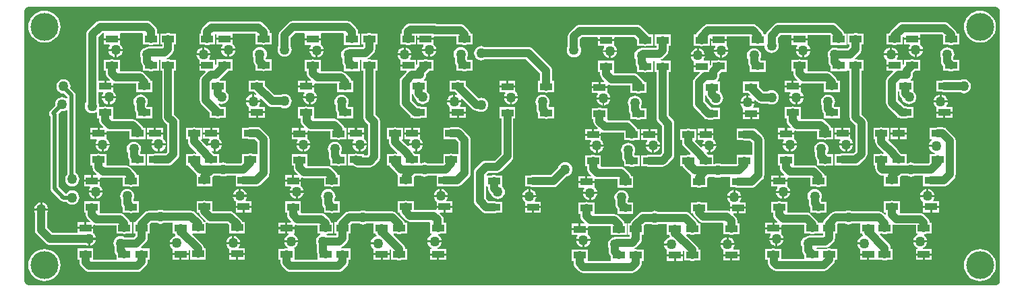
<source format=gtl>
G04 Layer_Physical_Order=1*
G04 Layer_Color=255*
%FSLAX42Y42*%
%MOMM*%
G71*
G01*
G75*
%ADD10R,1.50X0.90*%
%ADD11C,1.00*%
%ADD12C,0.50*%
%ADD13C,3.50*%
%ADD14C,1.27*%
G36*
X100Y3550D02*
Y3550D01*
X12250D01*
Y3550D01*
X12251Y3551D01*
X12270Y3547D01*
X12286Y3536D01*
X12297Y3520D01*
X12301Y3500D01*
X12300Y100D01*
X12300D01*
X12301Y99D01*
X12297Y80D01*
X12286Y64D01*
X12270Y53D01*
X12251Y49D01*
X12250Y50D01*
Y50D01*
X100D01*
Y50D01*
X99Y49D01*
X80Y53D01*
X64Y64D01*
X53Y80D01*
X49Y100D01*
X50Y3500D01*
X50D01*
X49Y3501D01*
X53Y3520D01*
X64Y3536D01*
X80Y3547D01*
X99Y3551D01*
X100Y3550D01*
D02*
G37*
%LPC*%
G36*
X998Y1349D02*
X797D01*
Y1291D01*
X868D01*
X874Y1278D01*
X867Y1269D01*
X858Y1247D01*
X857Y1237D01*
X1033D01*
X1031Y1247D01*
X1022Y1269D01*
X1008Y1288D01*
X998Y1295D01*
Y1349D01*
D02*
G37*
G36*
X3523Y1347D02*
X3322D01*
Y1290D01*
X3392D01*
X3399Y1277D01*
X3391Y1268D01*
X3383Y1246D01*
X3381Y1236D01*
X3557D01*
X3556Y1246D01*
X3547Y1268D01*
X3533Y1286D01*
X3523Y1294D01*
Y1347D01*
D02*
G37*
G36*
X6841Y1596D02*
X6818Y1593D01*
X6797Y1584D01*
X6778Y1570D01*
X6764Y1551D01*
X6755Y1530D01*
X6754Y1527D01*
X6662Y1435D01*
X6437D01*
X6417Y1432D01*
X6410Y1429D01*
X6336D01*
Y1288D01*
X6410D01*
X6417Y1285D01*
X6437Y1283D01*
X6694D01*
X6713Y1285D01*
X6732Y1293D01*
X6748Y1305D01*
X6862Y1419D01*
X6865Y1420D01*
X6886Y1429D01*
X6905Y1443D01*
X6919Y1462D01*
X6928Y1483D01*
X6931Y1506D01*
X6928Y1530D01*
X6919Y1551D01*
X6905Y1570D01*
X6886Y1584D01*
X6865Y1593D01*
X6841Y1596D01*
D02*
G37*
G36*
X7190Y1687D02*
X7170Y1685D01*
X7163Y1682D01*
X7089D01*
Y1541D01*
X7114D01*
Y1512D01*
X7116Y1493D01*
X7124Y1474D01*
X7136Y1459D01*
X7165Y1429D01*
X7160Y1418D01*
X7119D01*
Y1360D01*
X7207D01*
Y1380D01*
X7219Y1387D01*
X7224Y1385D01*
X7244Y1382D01*
X7496D01*
Y1277D01*
X7569D01*
X7577Y1274D01*
X7596Y1271D01*
X7616Y1274D01*
X7623Y1277D01*
X7697D01*
Y1418D01*
X7670D01*
X7670Y1423D01*
X7662Y1442D01*
X7650Y1458D01*
X7595Y1512D01*
X7580Y1524D01*
X7561Y1532D01*
X7542Y1535D01*
X7300D01*
X7290Y1541D01*
Y1682D01*
X7217D01*
X7209Y1685D01*
X7190Y1687D01*
D02*
G37*
G36*
X2768Y1260D02*
Y1185D01*
X2843D01*
X2842Y1195D01*
X2833Y1217D01*
X2818Y1235D01*
X2800Y1249D01*
X2778Y1258D01*
X2768Y1260D01*
D02*
G37*
G36*
X2742D02*
X2732Y1258D01*
X2710Y1249D01*
X2692Y1235D01*
X2677Y1217D01*
X2668Y1195D01*
X2667Y1185D01*
X2742D01*
Y1260D01*
D02*
G37*
G36*
X9632Y1347D02*
X9431D01*
Y1289D01*
X9502D01*
X9508Y1277D01*
X9501Y1268D01*
X9492Y1246D01*
X9491Y1235D01*
X9667D01*
X9665Y1246D01*
X9656Y1268D01*
X9642Y1286D01*
X9632Y1294D01*
Y1347D01*
D02*
G37*
G36*
X7207Y1335D02*
X7006D01*
Y1277D01*
X7076D01*
X7083Y1264D01*
X7076Y1255D01*
X7067Y1233D01*
X7065Y1223D01*
X7241D01*
X7240Y1233D01*
X7231Y1255D01*
X7217Y1273D01*
X7207Y1281D01*
Y1335D01*
D02*
G37*
G36*
X3410Y1431D02*
X3322D01*
Y1373D01*
X3410D01*
Y1431D01*
D02*
G37*
G36*
X9519Y1430D02*
X9431D01*
Y1373D01*
X9519D01*
Y1430D01*
D02*
G37*
G36*
X7633Y1838D02*
X7610Y1835D01*
X7588Y1826D01*
X7569Y1812D01*
X7555Y1793D01*
X7546Y1772D01*
X7543Y1749D01*
X7546Y1725D01*
X7555Y1704D01*
X7557Y1702D01*
Y1658D01*
X7559Y1639D01*
X7567Y1620D01*
X7579Y1605D01*
X7579Y1604D01*
Y1541D01*
X7653D01*
X7660Y1538D01*
X7680Y1535D01*
X7699Y1538D01*
X7707Y1541D01*
X7780D01*
Y1682D01*
X7717D01*
X7709Y1690D01*
Y1702D01*
X7710Y1704D01*
X7719Y1725D01*
X7722Y1749D01*
X7719Y1772D01*
X7710Y1793D01*
X7696Y1812D01*
X7678Y1826D01*
X7656Y1835D01*
X7633Y1838D01*
D02*
G37*
G36*
X885Y1432D02*
X797D01*
Y1374D01*
X885D01*
Y1432D01*
D02*
G37*
G36*
X3506Y1700D02*
X3486Y1698D01*
X3479Y1695D01*
X3405D01*
Y1554D01*
X3430D01*
Y1525D01*
X3432Y1506D01*
X3440Y1487D01*
X3452Y1471D01*
X3481Y1442D01*
X3476Y1431D01*
X3435D01*
Y1373D01*
X3523D01*
Y1392D01*
X3535Y1400D01*
X3540Y1398D01*
X3560Y1395D01*
X3812D01*
Y1290D01*
X3885D01*
X3893Y1287D01*
X3912Y1284D01*
X3932Y1287D01*
X3939Y1290D01*
X4013D01*
Y1431D01*
X3986D01*
X3986Y1436D01*
X3978Y1455D01*
X3966Y1470D01*
X3911Y1525D01*
X3896Y1537D01*
X3877Y1545D01*
X3857Y1547D01*
X3616D01*
X3606Y1554D01*
Y1695D01*
X3533D01*
X3525Y1698D01*
X3506Y1700D01*
D02*
G37*
G36*
X9615Y1700D02*
X9595Y1697D01*
X9588Y1694D01*
X9515D01*
Y1554D01*
X9539D01*
Y1525D01*
X9542Y1505D01*
X9549Y1487D01*
X9561Y1471D01*
X9591Y1442D01*
X9586Y1430D01*
X9544D01*
Y1373D01*
X9632D01*
Y1395D01*
X9642Y1403D01*
X9645Y1404D01*
X9663Y1401D01*
X9921D01*
Y1289D01*
X9995D01*
X10002Y1286D01*
X10022Y1284D01*
X10041Y1286D01*
X10049Y1289D01*
X10122D01*
Y1430D01*
X10096D01*
X10095Y1436D01*
X10087Y1454D01*
X10075Y1470D01*
X10015Y1531D01*
X9999Y1543D01*
X9980Y1551D01*
X9961Y1553D01*
X9728D01*
X9716Y1554D01*
Y1694D01*
X9642D01*
X9635Y1697D01*
X9615Y1700D01*
D02*
G37*
G36*
X7094Y1418D02*
X7006D01*
Y1360D01*
X7094D01*
Y1418D01*
D02*
G37*
G36*
X981Y1702D02*
X962Y1699D01*
X954Y1696D01*
X881D01*
Y1555D01*
X905D01*
Y1527D01*
X908Y1507D01*
X915Y1489D01*
X928Y1473D01*
X957Y1444D01*
X952Y1432D01*
X911D01*
Y1374D01*
X998D01*
Y1394D01*
X1011Y1401D01*
X1016Y1399D01*
X1035Y1397D01*
X1287D01*
Y1291D01*
X1361D01*
X1368Y1288D01*
X1388Y1285D01*
X1408Y1288D01*
X1415Y1291D01*
X1488D01*
Y1432D01*
X1462D01*
X1461Y1438D01*
X1454Y1456D01*
X1442Y1472D01*
X1387Y1526D01*
X1371Y1539D01*
X1353Y1546D01*
X1333Y1549D01*
X1092D01*
X1082Y1555D01*
Y1696D01*
X1008D01*
X1001Y1699D01*
X981Y1702D01*
D02*
G37*
G36*
X3557Y1210D02*
X3482D01*
Y1135D01*
X3492Y1136D01*
X3514Y1145D01*
X3533Y1160D01*
X3547Y1178D01*
X3556Y1200D01*
X3557Y1210D01*
D02*
G37*
G36*
X3456D02*
X3381D01*
X3383Y1200D01*
X3391Y1178D01*
X3406Y1160D01*
X3424Y1145D01*
X3446Y1136D01*
X3456Y1135D01*
Y1210D01*
D02*
G37*
G36*
X1033Y1212D02*
X957D01*
Y1136D01*
X968Y1138D01*
X990Y1147D01*
X1008Y1161D01*
X1022Y1179D01*
X1031Y1201D01*
X1033Y1212D01*
D02*
G37*
G36*
X932D02*
X857D01*
X858Y1201D01*
X867Y1179D01*
X881Y1161D01*
X900Y1147D01*
X922Y1138D01*
X932Y1136D01*
Y1212D01*
D02*
G37*
G36*
X6114Y2293D02*
X6094Y2291D01*
X6087Y2287D01*
X6013D01*
Y2147D01*
X6038D01*
Y1700D01*
X5953Y1616D01*
X5844D01*
X5825Y1613D01*
X5806Y1605D01*
X5790Y1593D01*
X5713Y1516D01*
X5701Y1500D01*
X5693Y1482D01*
X5691Y1462D01*
Y1109D01*
X5693Y1089D01*
X5701Y1071D01*
X5713Y1055D01*
X5793Y975D01*
X5809Y963D01*
X5816Y960D01*
X5827Y955D01*
X5847Y953D01*
X5947D01*
X5966Y955D01*
X5974Y958D01*
X6047D01*
Y1099D01*
X5974D01*
X5966Y1102D01*
X5947Y1105D01*
X5878D01*
X5843Y1140D01*
Y1277D01*
X5846Y1288D01*
X5862Y1288D01*
X5871Y1279D01*
Y1269D01*
X5873Y1249D01*
X5881Y1231D01*
X5893Y1215D01*
X5907Y1201D01*
X5907Y1198D01*
X5916Y1177D01*
X5930Y1158D01*
X5949Y1144D01*
X5970Y1135D01*
X5994Y1132D01*
X6017Y1135D01*
X6038Y1144D01*
X6057Y1158D01*
X6071Y1177D01*
X6080Y1198D01*
X6083Y1222D01*
X6080Y1245D01*
X6071Y1266D01*
X6057Y1285D01*
X6047Y1293D01*
Y1429D01*
X5974D01*
X5966Y1432D01*
X5947Y1435D01*
X5927Y1432D01*
X5920Y1429D01*
X5859D01*
X5854Y1442D01*
X5876Y1464D01*
X5985D01*
X6005Y1466D01*
X6023Y1474D01*
X6039Y1486D01*
X6167Y1614D01*
X6179Y1630D01*
X6183Y1638D01*
X6187Y1649D01*
X6190Y1668D01*
Y2147D01*
X6214D01*
Y2287D01*
X6141D01*
X6133Y2291D01*
X6114Y2293D01*
D02*
G37*
G36*
X7241Y1197D02*
X7166D01*
Y1122D01*
X7176Y1123D01*
X7198Y1132D01*
X7217Y1147D01*
X7231Y1165D01*
X7240Y1187D01*
X7241Y1197D01*
D02*
G37*
G36*
X9667Y1210D02*
X9591D01*
Y1135D01*
X9602Y1136D01*
X9623Y1145D01*
X9642Y1159D01*
X9656Y1178D01*
X9665Y1199D01*
X9667Y1210D01*
D02*
G37*
G36*
X9566D02*
X9491D01*
X9492Y1199D01*
X9501Y1178D01*
X9515Y1159D01*
X9534Y1145D01*
X9555Y1136D01*
X9566Y1135D01*
Y1210D01*
D02*
G37*
G36*
X11402Y1258D02*
Y1183D01*
X11477D01*
X11475Y1193D01*
X11467Y1215D01*
X11452Y1234D01*
X11434Y1248D01*
X11412Y1257D01*
X11402Y1258D01*
D02*
G37*
G36*
X11376D02*
X11366Y1257D01*
X11344Y1248D01*
X11325Y1234D01*
X11311Y1215D01*
X11302Y1193D01*
X11301Y1183D01*
X11376D01*
Y1258D01*
D02*
G37*
G36*
X5292Y1258D02*
Y1183D01*
X5367D01*
X5366Y1194D01*
X5357Y1215D01*
X5343Y1234D01*
X5324Y1248D01*
X5303Y1257D01*
X5292Y1258D01*
D02*
G37*
G36*
X5267D02*
X5256Y1257D01*
X5235Y1248D01*
X5216Y1234D01*
X5202Y1215D01*
X5193Y1194D01*
X5191Y1183D01*
X5267D01*
Y1258D01*
D02*
G37*
G36*
X8976Y1246D02*
Y1170D01*
X9052D01*
X9050Y1181D01*
X9041Y1202D01*
X9027Y1221D01*
X9008Y1235D01*
X8987Y1244D01*
X8976Y1246D01*
D02*
G37*
G36*
X8951D02*
X8940Y1244D01*
X8919Y1235D01*
X8900Y1221D01*
X8886Y1202D01*
X8877Y1181D01*
X8876Y1170D01*
X8951D01*
Y1246D01*
D02*
G37*
G36*
X6402Y1254D02*
Y1179D01*
X6478D01*
X6476Y1189D01*
X6467Y1211D01*
X6453Y1229D01*
X6434Y1244D01*
X6413Y1253D01*
X6402Y1254D01*
D02*
G37*
G36*
X6377D02*
X6366Y1253D01*
X6345Y1244D01*
X6326Y1229D01*
X6312Y1211D01*
X6303Y1189D01*
X6302Y1179D01*
X6377D01*
Y1254D01*
D02*
G37*
G36*
X8064Y3207D02*
X8044Y3205D01*
X8037Y3202D01*
X7963D01*
Y3061D01*
X7988D01*
Y3035D01*
X7987Y3035D01*
X7822D01*
X7802Y3032D01*
X7783Y3024D01*
X7783Y3024D01*
X7777Y3024D01*
X7755Y3015D01*
X7736Y3000D01*
X7722Y2982D01*
X7713Y2960D01*
X7710Y2937D01*
X7713Y2914D01*
X7722Y2892D01*
X7724Y2890D01*
Y2847D01*
X7726Y2827D01*
X7734Y2809D01*
X7746Y2793D01*
X7746Y2793D01*
Y2729D01*
X7820D01*
X7827Y2726D01*
X7847Y2724D01*
X7866Y2726D01*
X7874Y2729D01*
X7947D01*
Y2870D01*
X7947D01*
X7948Y2877D01*
X7953Y2878D01*
X7956Y2875D01*
X7963Y2867D01*
Y2731D01*
X7988D01*
Y2152D01*
X7990Y2133D01*
X7998Y2114D01*
X8010Y2099D01*
X8059Y2050D01*
Y1717D01*
X8033Y1692D01*
X7899D01*
X7880Y1689D01*
X7866Y1683D01*
X7796D01*
Y1543D01*
X7870D01*
X7877Y1540D01*
X7897Y1537D01*
X7916Y1540D01*
X8065D01*
X8084Y1542D01*
X8103Y1550D01*
X8118Y1562D01*
X8189Y1632D01*
X8201Y1648D01*
X8204Y1656D01*
X8208Y1666D01*
X8211Y1686D01*
Y2081D01*
X8208Y2101D01*
X8201Y2119D01*
X8189Y2135D01*
X8140Y2184D01*
Y2731D01*
X8164D01*
Y2872D01*
X8091D01*
X8084Y2875D01*
X8064Y2877D01*
X8048Y2875D01*
X8044Y2887D01*
X8057Y2893D01*
X8073Y2905D01*
X8118Y2950D01*
X8130Y2966D01*
X8137Y2984D01*
X8140Y3004D01*
Y3061D01*
X8164D01*
Y3202D01*
X8091D01*
X8084Y3205D01*
X8064Y3207D01*
D02*
G37*
G36*
X4348Y1806D02*
X4272D01*
Y1731D01*
X4283Y1732D01*
X4305Y1741D01*
X4323Y1755D01*
X4337Y1774D01*
X4346Y1796D01*
X4348Y1806D01*
D02*
G37*
G36*
X4247D02*
X4172D01*
X4173Y1796D01*
X4182Y1774D01*
X4196Y1755D01*
X4215Y1741D01*
X4237Y1732D01*
X4247Y1731D01*
Y1806D01*
D02*
G37*
G36*
X1823Y1807D02*
X1748D01*
Y1732D01*
X1759Y1733D01*
X1780Y1742D01*
X1799Y1757D01*
X1813Y1775D01*
X1822Y1797D01*
X1823Y1807D01*
D02*
G37*
G36*
X1723D02*
X1647D01*
X1649Y1797D01*
X1658Y1775D01*
X1672Y1757D01*
X1691Y1742D01*
X1712Y1733D01*
X1723Y1732D01*
Y1807D01*
D02*
G37*
G36*
X3641Y1804D02*
X3565D01*
Y1729D01*
X3576Y1730D01*
X3597Y1739D01*
X3616Y1754D01*
X3630Y1772D01*
X3639Y1794D01*
X3641Y1804D01*
D02*
G37*
G36*
X3540D02*
X3465D01*
X3466Y1794D01*
X3475Y1772D01*
X3489Y1754D01*
X3508Y1739D01*
X3529Y1730D01*
X3540Y1729D01*
Y1804D01*
D02*
G37*
G36*
X10457Y1806D02*
X10382D01*
Y1730D01*
X10392Y1732D01*
X10414Y1741D01*
X10433Y1755D01*
X10447Y1774D01*
X10456Y1795D01*
X10457Y1806D01*
D02*
G37*
G36*
X10356D02*
X10281D01*
X10283Y1795D01*
X10292Y1774D01*
X10306Y1755D01*
X10324Y1741D01*
X10346Y1732D01*
X10356Y1730D01*
Y1806D01*
D02*
G37*
G36*
X7997Y1930D02*
X7796D01*
Y1873D01*
X7867D01*
X7873Y1860D01*
X7866Y1851D01*
X7857Y1829D01*
X7856Y1819D01*
X8032D01*
X8030Y1829D01*
X8021Y1851D01*
X8007Y1869D01*
X7997Y1877D01*
Y1930D01*
D02*
G37*
G36*
X7290Y1929D02*
X7089D01*
Y1871D01*
X7160D01*
X7166Y1858D01*
X7159Y1849D01*
X7150Y1827D01*
X7149Y1817D01*
X7325D01*
X7323Y1827D01*
X7314Y1849D01*
X7300Y1868D01*
X7290Y1875D01*
Y1929D01*
D02*
G37*
G36*
X1082Y1943D02*
X881D01*
Y1885D01*
X957D01*
X963Y1873D01*
X954Y1860D01*
X945Y1838D01*
X943Y1828D01*
X1119D01*
X1118Y1838D01*
X1109Y1860D01*
X1095Y1879D01*
X1082Y1889D01*
Y1943D01*
D02*
G37*
G36*
X8704Y1932D02*
X8504D01*
Y1874D01*
X8574D01*
X8580Y1862D01*
X8573Y1852D01*
X8564Y1831D01*
X8563Y1820D01*
X8739D01*
X8738Y1831D01*
X8729Y1852D01*
X8714Y1871D01*
X8704Y1879D01*
Y1932D01*
D02*
G37*
G36*
X5055Y1808D02*
X4980D01*
Y1732D01*
X4990Y1734D01*
X5012Y1743D01*
X5030Y1757D01*
X5045Y1775D01*
X5053Y1797D01*
X5055Y1808D01*
D02*
G37*
G36*
X5497Y2034D02*
X5410D01*
X5390Y2031D01*
X5383Y2028D01*
X5310D01*
Y1887D01*
X5383D01*
X5390Y1884D01*
X5410Y1881D01*
X5466D01*
X5500Y1848D01*
Y1698D01*
X5437D01*
X5430Y1701D01*
X5410Y1704D01*
X5390Y1701D01*
X5383Y1698D01*
X5310D01*
Y1584D01*
X5304Y1578D01*
X5121D01*
X5118Y1580D01*
X5097Y1589D01*
X5074Y1592D01*
X5050Y1589D01*
X5033Y1582D01*
X5023Y1587D01*
X5020Y1589D01*
Y1698D01*
X4957D01*
X4929Y1726D01*
X4936Y1737D01*
X4944Y1734D01*
X4954Y1732D01*
Y1808D01*
X4879D01*
X4880Y1801D01*
X4868Y1795D01*
X4790Y1873D01*
X4795Y1885D01*
X4803D01*
Y2026D01*
X4730D01*
X4722Y2029D01*
X4703Y2032D01*
X4683Y2029D01*
X4676Y2026D01*
X4602D01*
Y1885D01*
X4627D01*
Y1853D01*
X4629Y1833D01*
X4637Y1814D01*
X4649Y1799D01*
X4732Y1716D01*
X4729Y1701D01*
X4723Y1699D01*
X4722Y1699D01*
X4703Y1702D01*
X4683Y1699D01*
X4676Y1696D01*
X4602D01*
Y1555D01*
X4633D01*
X4637Y1545D01*
X4649Y1530D01*
X4730Y1449D01*
X4733Y1446D01*
X4736Y1434D01*
X4736D01*
X4736Y1434D01*
Y1293D01*
X4809D01*
X4817Y1290D01*
X4836Y1287D01*
X4856Y1290D01*
X4863Y1293D01*
X4937D01*
Y1407D01*
X4956Y1426D01*
X5027D01*
X5029Y1425D01*
X5050Y1416D01*
X5074Y1413D01*
X5097Y1416D01*
X5118Y1425D01*
X5121Y1426D01*
X5226D01*
Y1293D01*
X5299D01*
X5307Y1290D01*
X5326Y1287D01*
X5483D01*
X5502Y1290D01*
X5521Y1297D01*
X5537Y1310D01*
X5630Y1403D01*
X5642Y1418D01*
X5649Y1437D01*
X5652Y1456D01*
Y1879D01*
X5649Y1899D01*
X5645Y1910D01*
X5642Y1917D01*
X5630Y1933D01*
X5551Y2011D01*
X5535Y2023D01*
X5517Y2031D01*
X5497Y2034D01*
D02*
G37*
G36*
X2530Y1809D02*
X2455D01*
Y1734D01*
X2466Y1735D01*
X2487Y1744D01*
X2506Y1758D01*
X2520Y1777D01*
X2529Y1798D01*
X2530Y1809D01*
D02*
G37*
G36*
X2973Y2035D02*
X2886D01*
X2866Y2032D01*
X2858Y2029D01*
X2785D01*
Y1888D01*
X2858D01*
X2866Y1885D01*
X2886Y1883D01*
X2942D01*
X2975Y1849D01*
Y1699D01*
X2913D01*
X2905Y1702D01*
X2886Y1705D01*
X2866Y1702D01*
X2858Y1699D01*
X2785D01*
Y1593D01*
X2771Y1580D01*
X2596D01*
X2594Y1581D01*
X2572Y1590D01*
X2549Y1593D01*
X2526Y1590D01*
X2509Y1583D01*
X2498Y1588D01*
X2496Y1591D01*
Y1699D01*
X2433D01*
X2404Y1727D01*
X2412Y1738D01*
X2419Y1735D01*
X2430Y1734D01*
Y1809D01*
X2354D01*
X2355Y1802D01*
X2344Y1796D01*
X2266Y1874D01*
X2271Y1887D01*
X2279D01*
Y2028D01*
X2206D01*
X2198Y2031D01*
X2178Y2033D01*
X2159Y2031D01*
X2151Y2028D01*
X2078D01*
Y1887D01*
X2102D01*
Y1854D01*
X2105Y1834D01*
X2113Y1816D01*
X2125Y1800D01*
X2208Y1717D01*
X2204Y1702D01*
X2199Y1700D01*
X2198Y1701D01*
X2178Y1703D01*
X2159Y1701D01*
X2151Y1698D01*
X2078D01*
Y1557D01*
X2108D01*
X2113Y1547D01*
X2125Y1531D01*
X2206Y1450D01*
X2209Y1447D01*
X2212Y1435D01*
X2212D01*
X2212Y1435D01*
Y1294D01*
X2285D01*
X2292Y1291D01*
X2312Y1289D01*
X2332Y1291D01*
X2339Y1294D01*
X2412D01*
Y1408D01*
X2432Y1428D01*
X2502D01*
X2504Y1426D01*
X2526Y1417D01*
X2549Y1414D01*
X2572Y1417D01*
X2594Y1426D01*
X2596Y1428D01*
X2702D01*
Y1294D01*
X2775D01*
X2782Y1291D01*
X2802Y1289D01*
X2958D01*
X2978Y1291D01*
X2996Y1299D01*
X3012Y1311D01*
X3105Y1404D01*
X3117Y1420D01*
X3125Y1438D01*
X3127Y1458D01*
Y1881D01*
X3125Y1900D01*
X3117Y1919D01*
X3105Y1934D01*
X3027Y2013D01*
X3011Y2025D01*
X2993Y2032D01*
X2973Y2035D01*
D02*
G37*
G36*
X4380Y3220D02*
X4360Y3218D01*
X4353Y3215D01*
X4279D01*
Y3074D01*
X4304D01*
Y3048D01*
X4303Y3047D01*
X4137D01*
X4118Y3045D01*
X4099Y3037D01*
X4099Y3037D01*
X4093Y3036D01*
X4071Y3027D01*
X4052Y3013D01*
X4038Y2995D01*
X4029Y2973D01*
X4026Y2950D01*
X4029Y2927D01*
X4038Y2905D01*
X4040Y2903D01*
Y2860D01*
X4042Y2840D01*
X4050Y2822D01*
X4062Y2806D01*
X4062Y2805D01*
Y2742D01*
X4136D01*
X4143Y2739D01*
X4163Y2737D01*
X4182Y2739D01*
X4190Y2742D01*
X4263D01*
Y2883D01*
X4263D01*
X4264Y2890D01*
X4269Y2890D01*
X4272Y2888D01*
X4279Y2880D01*
Y2744D01*
X4304D01*
Y2165D01*
X4306Y2145D01*
X4314Y2127D01*
X4326Y2111D01*
X4368Y2070D01*
Y1695D01*
X4356Y1683D01*
X4313D01*
Y1696D01*
X4240D01*
X4232Y1699D01*
X4213Y1702D01*
X4193Y1699D01*
X4186Y1696D01*
X4112D01*
Y1555D01*
X4176D01*
X4178Y1553D01*
X4194Y1541D01*
X4212Y1533D01*
X4232Y1531D01*
X4387D01*
X4407Y1533D01*
X4425Y1541D01*
X4441Y1553D01*
X4498Y1609D01*
X4510Y1625D01*
X4513Y1633D01*
X4517Y1644D01*
X4520Y1663D01*
Y2101D01*
X4517Y2121D01*
X4513Y2131D01*
X4510Y2139D01*
X4498Y2155D01*
X4456Y2197D01*
Y2744D01*
X4480D01*
Y2885D01*
X4407D01*
X4400Y2888D01*
X4380Y2890D01*
X4364Y2888D01*
X4360Y2900D01*
X4373Y2906D01*
X4388Y2918D01*
X4434Y2963D01*
X4446Y2979D01*
X4453Y2997D01*
X4456Y3017D01*
Y3074D01*
X4480D01*
Y3215D01*
X4407D01*
X4400Y3218D01*
X4380Y3220D01*
D02*
G37*
G36*
X11577Y2033D02*
X11519D01*
X11500Y2031D01*
X11492Y2028D01*
X11419D01*
Y1887D01*
X11446D01*
X11451Y1874D01*
X11437Y1863D01*
X11422Y1845D01*
X11413Y1823D01*
X11412Y1813D01*
X11500D01*
Y1787D01*
X11412D01*
X11413Y1777D01*
X11422Y1755D01*
X11437Y1737D01*
X11455Y1722D01*
X11477Y1713D01*
X11478Y1713D01*
X11483Y1700D01*
X11481Y1698D01*
X11419D01*
Y1592D01*
X11405Y1578D01*
X11230D01*
X11228Y1580D01*
X11206Y1589D01*
X11183Y1592D01*
X11160Y1589D01*
X11142Y1581D01*
X11132Y1587D01*
X11130Y1589D01*
Y1698D01*
X11066D01*
X11032Y1733D01*
X11028Y1740D01*
X11016Y1756D01*
X10900Y1873D01*
X10905Y1885D01*
X10913D01*
Y2026D01*
X10839D01*
X10832Y2029D01*
X10812Y2032D01*
X10793Y2029D01*
X10785Y2026D01*
X10712D01*
Y1885D01*
X10736D01*
Y1852D01*
X10739Y1833D01*
X10746Y1814D01*
X10758Y1798D01*
X10841Y1715D01*
X10838Y1701D01*
X10833Y1699D01*
X10832Y1699D01*
X10812Y1702D01*
X10793Y1699D01*
X10785Y1696D01*
X10712D01*
Y1555D01*
X10736D01*
Y1519D01*
X10739Y1499D01*
X10746Y1481D01*
X10758Y1465D01*
X10775Y1448D01*
X10791Y1436D01*
X10798Y1433D01*
X10809Y1429D01*
X10829Y1426D01*
X10845D01*
Y1293D01*
X10919D01*
X10926Y1290D01*
X10946Y1287D01*
X10966Y1290D01*
X10973Y1293D01*
X11046D01*
Y1406D01*
X11066Y1426D01*
X11136D01*
X11138Y1424D01*
X11160Y1415D01*
X11183Y1412D01*
X11206Y1415D01*
X11228Y1424D01*
X11230Y1426D01*
X11335D01*
Y1293D01*
X11409D01*
X11416Y1290D01*
X11436Y1287D01*
X11592D01*
X11612Y1290D01*
X11630Y1297D01*
X11646Y1309D01*
X11724Y1387D01*
X11736Y1403D01*
X11743Y1421D01*
X11746Y1441D01*
Y1864D01*
X11743Y1884D01*
X11739Y1895D01*
X11736Y1902D01*
X11724Y1918D01*
X11630Y2011D01*
X11620Y2019D01*
Y2028D01*
X11604D01*
X11596Y2031D01*
X11577Y2033D01*
D02*
G37*
G36*
X7325Y1792D02*
X7249D01*
Y1716D01*
X7260Y1718D01*
X7282Y1727D01*
X7300Y1741D01*
X7314Y1759D01*
X7323Y1781D01*
X7325Y1792D01*
D02*
G37*
G36*
X7224D02*
X7149D01*
X7150Y1781D01*
X7159Y1759D01*
X7173Y1741D01*
X7192Y1727D01*
X7214Y1718D01*
X7224Y1716D01*
Y1792D01*
D02*
G37*
G36*
X3949Y1851D02*
X3926Y1848D01*
X3904Y1839D01*
X3885Y1825D01*
X3871Y1806D01*
X3862Y1785D01*
X3859Y1761D01*
X3862Y1738D01*
X3871Y1717D01*
X3873Y1715D01*
Y1671D01*
X3875Y1652D01*
X3883Y1633D01*
X3895Y1617D01*
X3895Y1617D01*
Y1554D01*
X3969D01*
X3976Y1551D01*
X3996Y1548D01*
X4015Y1551D01*
X4023Y1554D01*
X4096D01*
Y1695D01*
X4033D01*
X4025Y1703D01*
Y1715D01*
X4026Y1717D01*
X4035Y1738D01*
X4038Y1761D01*
X4035Y1785D01*
X4026Y1806D01*
X4012Y1825D01*
X3994Y1839D01*
X3972Y1848D01*
X3949Y1851D01*
D02*
G37*
G36*
X10058Y1851D02*
X10035Y1848D01*
X10013Y1839D01*
X9995Y1825D01*
X9981Y1806D01*
X9972Y1784D01*
X9969Y1761D01*
X9972Y1738D01*
X9981Y1716D01*
X9982Y1714D01*
Y1671D01*
X9985Y1651D01*
X9992Y1633D01*
X10004Y1617D01*
X10005Y1617D01*
Y1554D01*
X10078D01*
X10085Y1551D01*
X10105Y1548D01*
X10125Y1551D01*
X10132Y1554D01*
X10206D01*
Y1694D01*
X10142D01*
X10134Y1702D01*
Y1714D01*
X10136Y1716D01*
X10145Y1738D01*
X10148Y1761D01*
X10145Y1784D01*
X10136Y1806D01*
X10122Y1825D01*
X10103Y1839D01*
X10081Y1848D01*
X10058Y1851D01*
D02*
G37*
G36*
X1855Y3222D02*
X1836Y3219D01*
X1828Y3216D01*
X1755D01*
Y3075D01*
X1779D01*
Y3049D01*
X1779Y3049D01*
X1613D01*
X1593Y3046D01*
X1583Y3042D01*
X1575Y3039D01*
X1575Y3039D01*
X1568Y3038D01*
X1547Y3029D01*
X1528Y3015D01*
X1514Y2996D01*
X1505Y2974D01*
X1502Y2951D01*
X1505Y2928D01*
X1514Y2906D01*
X1515Y2904D01*
Y2861D01*
X1518Y2841D01*
X1526Y2823D01*
X1538Y2807D01*
X1538Y2807D01*
Y2744D01*
X1611D01*
X1619Y2740D01*
X1638Y2738D01*
X1658Y2740D01*
X1665Y2744D01*
X1739D01*
Y2884D01*
X1739D01*
X1739Y2891D01*
X1745Y2892D01*
X1748Y2890D01*
X1755Y2881D01*
Y2745D01*
X1779D01*
Y2166D01*
X1782Y2147D01*
X1790Y2128D01*
X1802Y2113D01*
X1843Y2071D01*
Y1725D01*
X1822Y1703D01*
X1688D01*
X1669Y1701D01*
X1661Y1698D01*
X1588D01*
Y1557D01*
X1661D01*
X1669Y1554D01*
X1688Y1551D01*
X1854D01*
X1873Y1554D01*
X1892Y1561D01*
X1907Y1573D01*
X1973Y1639D01*
X1985Y1655D01*
X1993Y1674D01*
X1996Y1693D01*
Y2102D01*
X1993Y2122D01*
X1985Y2140D01*
X1973Y2156D01*
X1931Y2198D01*
Y2745D01*
X1956D01*
Y2886D01*
X1883D01*
X1875Y2889D01*
X1855Y2892D01*
X1839Y2889D01*
X1835Y2902D01*
X1848Y2907D01*
X1864Y2919D01*
X1909Y2964D01*
X1921Y2980D01*
X1929Y2998D01*
X1931Y3018D01*
Y3075D01*
X1956D01*
Y3216D01*
X1883D01*
X1875Y3219D01*
X1855Y3222D01*
D02*
G37*
G36*
X1424Y1852D02*
X1401Y1849D01*
X1380Y1840D01*
X1361Y1826D01*
X1347Y1808D01*
X1338Y1786D01*
X1335Y1763D01*
X1338Y1740D01*
X1347Y1718D01*
X1348Y1716D01*
Y1673D01*
X1351Y1653D01*
X1359Y1635D01*
X1371Y1619D01*
X1371Y1618D01*
Y1555D01*
X1444D01*
X1452Y1552D01*
X1471Y1550D01*
X1491Y1552D01*
X1498Y1555D01*
X1572D01*
Y1696D01*
X1508D01*
X1500Y1704D01*
Y1716D01*
X1502Y1718D01*
X1511Y1740D01*
X1514Y1763D01*
X1511Y1786D01*
X1502Y1808D01*
X1488Y1826D01*
X1469Y1840D01*
X1448Y1849D01*
X1424Y1852D01*
D02*
G37*
G36*
X1119Y1803D02*
X1044D01*
Y1727D01*
X1055Y1729D01*
X1076Y1738D01*
X1095Y1752D01*
X1109Y1770D01*
X1118Y1792D01*
X1119Y1803D01*
D02*
G37*
G36*
X1019D02*
X943D01*
X945Y1792D01*
X954Y1770D01*
X968Y1752D01*
X987Y1738D01*
X1008Y1729D01*
X1019Y1727D01*
Y1803D01*
D02*
G37*
G36*
X9750Y1804D02*
X9675D01*
Y1729D01*
X9685Y1730D01*
X9707Y1739D01*
X9725Y1753D01*
X9740Y1772D01*
X9749Y1794D01*
X9750Y1804D01*
D02*
G37*
G36*
X9649D02*
X9574D01*
X9575Y1794D01*
X9584Y1772D01*
X9599Y1753D01*
X9617Y1739D01*
X9639Y1730D01*
X9649Y1729D01*
Y1804D01*
D02*
G37*
G36*
X8032Y1793D02*
X7957D01*
Y1718D01*
X7967Y1719D01*
X7989Y1728D01*
X8007Y1742D01*
X8021Y1761D01*
X8030Y1783D01*
X8032Y1793D01*
D02*
G37*
G36*
X7931D02*
X7856D01*
X7857Y1783D01*
X7866Y1761D01*
X7880Y1742D01*
X7899Y1728D01*
X7921Y1719D01*
X7931Y1718D01*
Y1793D01*
D02*
G37*
G36*
X8739Y1795D02*
X8664D01*
Y1719D01*
X8674Y1721D01*
X8696Y1730D01*
X8714Y1744D01*
X8729Y1763D01*
X8738Y1784D01*
X8739Y1795D01*
D02*
G37*
G36*
X9194Y2021D02*
X9094D01*
X9074Y2018D01*
X9067Y2015D01*
X8994D01*
Y1874D01*
X9067D01*
X9074Y1871D01*
X9094Y1869D01*
X9162D01*
X9190Y1841D01*
Y1685D01*
X9121D01*
X9114Y1688D01*
X9094Y1691D01*
X9074Y1688D01*
X9067Y1685D01*
X8994D01*
Y1571D01*
X8988Y1566D01*
X8805D01*
X8803Y1567D01*
X8781Y1576D01*
X8758Y1579D01*
X8735Y1576D01*
X8717Y1569D01*
X8707Y1574D01*
X8704Y1577D01*
Y1685D01*
X8641D01*
X8613Y1713D01*
X8620Y1724D01*
X8628Y1721D01*
X8638Y1719D01*
Y1795D01*
X8563D01*
X8564Y1788D01*
X8552Y1782D01*
X8474Y1860D01*
X8479Y1873D01*
X8487D01*
Y2013D01*
X8414D01*
X8407Y2016D01*
X8387Y2019D01*
X8367Y2016D01*
X8360Y2013D01*
X8286D01*
Y1873D01*
X8311D01*
Y1840D01*
X8313Y1820D01*
X8321Y1802D01*
X8333Y1786D01*
X8416Y1703D01*
X8413Y1688D01*
X8407Y1686D01*
X8407Y1686D01*
X8387Y1689D01*
X8367Y1686D01*
X8360Y1683D01*
X8286D01*
Y1543D01*
X8317D01*
X8321Y1532D01*
X8333Y1517D01*
X8414Y1436D01*
X8417Y1433D01*
X8420Y1421D01*
X8420D01*
X8420Y1421D01*
Y1280D01*
X8493D01*
X8501Y1277D01*
X8520Y1274D01*
X8540Y1277D01*
X8548Y1280D01*
X8621D01*
Y1394D01*
X8640Y1413D01*
X8711D01*
X8713Y1412D01*
X8735Y1403D01*
X8758Y1400D01*
X8781Y1403D01*
X8803Y1412D01*
X8805Y1413D01*
X8910D01*
Y1280D01*
X8983D01*
X8991Y1277D01*
X9010Y1274D01*
X9183D01*
X9203Y1277D01*
X9221Y1285D01*
X9237Y1297D01*
X9320Y1379D01*
X9332Y1395D01*
X9339Y1413D01*
X9342Y1433D01*
Y1873D01*
X9339Y1892D01*
X9332Y1911D01*
X9320Y1926D01*
X9248Y1998D01*
X9232Y2010D01*
X9214Y2018D01*
X9194Y2021D01*
D02*
G37*
G36*
X7141Y1197D02*
X7065D01*
X7067Y1187D01*
X7076Y1165D01*
X7090Y1147D01*
X7108Y1132D01*
X7130Y1123D01*
X7141Y1122D01*
Y1197D01*
D02*
G37*
G36*
X7057Y603D02*
X6982D01*
X6983Y593D01*
X6992Y571D01*
X7006Y553D01*
X7025Y538D01*
X7047Y529D01*
X7057Y528D01*
Y603D01*
D02*
G37*
G36*
X2760Y565D02*
X2584D01*
X2585Y554D01*
X2594Y533D01*
X2608Y514D01*
X2618Y507D01*
Y453D01*
X2819D01*
Y511D01*
X2748D01*
X2742Y524D01*
X2749Y533D01*
X2758Y554D01*
X2760Y565D01*
D02*
G37*
G36*
X9482Y616D02*
X9407D01*
X9408Y605D01*
X9417Y584D01*
X9432Y565D01*
X9450Y551D01*
X9472Y542D01*
X9482Y541D01*
Y616D01*
D02*
G37*
G36*
X7158Y603D02*
X7082D01*
Y528D01*
X7093Y529D01*
X7115Y538D01*
X7133Y553D01*
X7147Y571D01*
X7156Y593D01*
X7158Y603D01*
D02*
G37*
G36*
X8968Y551D02*
X8792D01*
X8793Y540D01*
X8802Y519D01*
X8817Y500D01*
X8827Y492D01*
Y439D01*
X9027D01*
Y497D01*
X8957D01*
X8951Y509D01*
X8958Y519D01*
X8967Y540D01*
X8968Y551D01*
D02*
G37*
G36*
X2819Y428D02*
X2731D01*
Y370D01*
X2819D01*
Y428D01*
D02*
G37*
G36*
X11388Y587D02*
X11212D01*
X11213Y577D01*
X11222Y555D01*
X11237Y537D01*
X11255Y522D01*
X11265Y518D01*
X11263Y505D01*
X11245D01*
Y448D01*
X11445D01*
Y505D01*
X11337D01*
X11335Y518D01*
X11345Y522D01*
X11363Y537D01*
X11378Y555D01*
X11387Y577D01*
X11388Y587D01*
D02*
G37*
G36*
X5288D02*
X5112D01*
X5113Y577D01*
X5122Y555D01*
X5137Y537D01*
X5155Y522D01*
X5165Y518D01*
X5163Y505D01*
X5145D01*
Y448D01*
X5345D01*
Y505D01*
X5237D01*
X5235Y518D01*
X5245Y522D01*
X5263Y537D01*
X5278Y555D01*
X5287Y577D01*
X5288Y587D01*
D02*
G37*
G36*
X2659Y666D02*
X2648Y664D01*
X2627Y655D01*
X2608Y641D01*
X2594Y622D01*
X2585Y601D01*
X2584Y590D01*
X2659D01*
Y666D01*
D02*
G37*
G36*
X8893Y651D02*
Y576D01*
X8968D01*
X8967Y587D01*
X8958Y608D01*
X8943Y627D01*
X8925Y641D01*
X8903Y650D01*
X8893Y651D01*
D02*
G37*
G36*
X3439Y753D02*
X3351D01*
Y696D01*
X3365D01*
X3368Y683D01*
X3355Y678D01*
X3337Y663D01*
X3322Y645D01*
X3313Y623D01*
X3312Y613D01*
X3488D01*
X3487Y623D01*
X3478Y645D01*
X3463Y663D01*
X3445Y678D01*
X3432Y683D01*
X3435Y696D01*
X3439D01*
Y753D01*
D02*
G37*
G36*
X2684Y666D02*
Y590D01*
X2760D01*
X2758Y601D01*
X2749Y622D01*
X2735Y641D01*
X2716Y655D01*
X2695Y664D01*
X2684Y666D01*
D02*
G37*
G36*
X348Y987D02*
X172D01*
X173Y977D01*
X182Y955D01*
X184Y953D01*
Y740D01*
X187Y720D01*
X194Y702D01*
X206Y686D01*
X316Y576D01*
X332Y564D01*
X350Y557D01*
X370Y554D01*
X814D01*
X816Y552D01*
X838Y544D01*
X849Y542D01*
Y630D01*
X861D01*
Y643D01*
X949D01*
X948Y653D01*
X939Y675D01*
X925Y694D01*
X915Y701D01*
Y755D01*
X714D01*
Y706D01*
X401D01*
X336Y772D01*
Y953D01*
X338Y955D01*
X347Y977D01*
X348Y987D01*
D02*
G37*
G36*
X9583Y616D02*
X9508D01*
Y541D01*
X9518Y542D01*
X9540Y551D01*
X9558Y565D01*
X9573Y584D01*
X9582Y605D01*
X9583Y616D01*
D02*
G37*
G36*
X8867Y651D02*
X8857Y650D01*
X8835Y641D01*
X8817Y627D01*
X8802Y608D01*
X8793Y587D01*
X8792Y576D01*
X8867D01*
Y651D01*
D02*
G37*
G36*
X949Y617D02*
X874D01*
Y542D01*
X884Y544D01*
X906Y552D01*
X925Y567D01*
X939Y585D01*
X948Y607D01*
X949Y617D01*
D02*
G37*
G36*
X9027Y414D02*
X8940D01*
Y356D01*
X9027D01*
Y414D01*
D02*
G37*
G36*
X8914D02*
X8827D01*
Y356D01*
X8914D01*
Y414D01*
D02*
G37*
G36*
X5345Y422D02*
X5258D01*
Y365D01*
X5345D01*
Y422D01*
D02*
G37*
G36*
X5232D02*
X5145D01*
Y365D01*
X5232D01*
Y422D01*
D02*
G37*
G36*
X12050Y501D02*
X12011Y497D01*
X11973Y486D01*
X11938Y467D01*
X11908Y442D01*
X11883Y412D01*
X11864Y377D01*
X11853Y339D01*
X11849Y300D01*
X11853Y261D01*
X11864Y223D01*
X11883Y188D01*
X11908Y158D01*
X11938Y133D01*
X11973Y114D01*
X12011Y102D01*
X12050Y99D01*
X12089Y102D01*
X12127Y114D01*
X12162Y133D01*
X12192Y158D01*
X12217Y188D01*
X12236Y223D01*
X12248Y261D01*
X12251Y300D01*
X12248Y339D01*
X12236Y377D01*
X12217Y412D01*
X12192Y442D01*
X12162Y467D01*
X12127Y486D01*
X12089Y497D01*
X12050Y501D01*
D02*
G37*
G36*
X300D02*
X261Y497D01*
X223Y486D01*
X188Y467D01*
X158Y442D01*
X133Y412D01*
X114Y377D01*
X102Y339D01*
X99Y300D01*
X102Y261D01*
X114Y223D01*
X133Y188D01*
X158Y158D01*
X188Y133D01*
X223Y114D01*
X261Y102D01*
X300Y99D01*
X339Y102D01*
X377Y114D01*
X412Y133D01*
X442Y158D01*
X467Y188D01*
X486Y223D01*
X497Y261D01*
X501Y300D01*
X497Y339D01*
X486Y377D01*
X467Y412D01*
X442Y442D01*
X412Y467D01*
X377Y486D01*
X339Y497D01*
X300Y501D01*
D02*
G37*
G36*
X8320Y412D02*
X8233D01*
Y354D01*
X8320D01*
Y412D01*
D02*
G37*
G36*
X8207D02*
X8119D01*
Y354D01*
X8207D01*
Y412D01*
D02*
G37*
G36*
X1999Y426D02*
X1911D01*
Y368D01*
X1999D01*
Y426D01*
D02*
G37*
G36*
X4636Y425D02*
X4549D01*
Y367D01*
X4636D01*
Y425D01*
D02*
G37*
G36*
X2706Y428D02*
X2618D01*
Y370D01*
X2706D01*
Y428D01*
D02*
G37*
G36*
X2112Y426D02*
X2024D01*
Y368D01*
X2112D01*
Y426D01*
D02*
G37*
G36*
X11332Y422D02*
X11245D01*
Y365D01*
X11332D01*
Y422D01*
D02*
G37*
G36*
X10632D02*
X10545D01*
Y365D01*
X10632D01*
Y422D01*
D02*
G37*
G36*
X4523Y425D02*
X4435D01*
Y367D01*
X4523D01*
Y425D01*
D02*
G37*
G36*
X11445Y422D02*
X11358D01*
Y365D01*
X11445D01*
Y422D01*
D02*
G37*
G36*
X4836Y1109D02*
X4817Y1107D01*
X4809Y1104D01*
X4736D01*
Y963D01*
X4762D01*
X4763Y957D01*
X4771Y939D01*
X4783Y923D01*
X4837Y868D01*
X4853Y856D01*
X4871Y849D01*
X4891Y846D01*
X5140D01*
X5145Y835D01*
Y695D01*
X5163D01*
X5165Y682D01*
X5155Y678D01*
X5137Y663D01*
X5122Y645D01*
X5113Y623D01*
X5112Y613D01*
X5288D01*
X5287Y623D01*
X5278Y645D01*
X5263Y663D01*
X5246Y676D01*
X5247Y683D01*
X5249Y690D01*
X5265Y692D01*
X5272Y695D01*
X5345D01*
Y835D01*
X5314D01*
Y873D01*
X5311Y893D01*
X5304Y911D01*
X5291Y927D01*
X5267Y951D01*
X5272Y963D01*
X5314D01*
Y1021D01*
X5226D01*
Y1000D01*
X5215Y993D01*
X5209Y996D01*
X5189Y998D01*
X4937D01*
Y1104D01*
X4863D01*
X4856Y1107D01*
X4836Y1109D01*
D02*
G37*
G36*
X11536Y1020D02*
X11449D01*
Y963D01*
X11536D01*
Y1020D01*
D02*
G37*
G36*
X11423D02*
X11335D01*
Y963D01*
X11423D01*
Y1020D01*
D02*
G37*
G36*
X2789Y1022D02*
X2702D01*
Y964D01*
X2789D01*
Y1022D01*
D02*
G37*
G36*
X5427Y1021D02*
X5339D01*
Y963D01*
X5427D01*
Y1021D01*
D02*
G37*
G36*
X1341Y1258D02*
X1318Y1255D01*
X1296Y1246D01*
X1277Y1232D01*
X1263Y1213D01*
X1254Y1192D01*
X1251Y1169D01*
X1254Y1145D01*
X1263Y1124D01*
X1265Y1122D01*
Y1078D01*
X1267Y1059D01*
X1275Y1040D01*
X1287Y1025D01*
X1287Y1024D01*
Y961D01*
X1361D01*
X1368Y958D01*
X1388Y955D01*
X1408Y958D01*
X1415Y961D01*
X1488D01*
Y1102D01*
X1425D01*
X1417Y1110D01*
Y1122D01*
X1419Y1124D01*
X1427Y1145D01*
X1431Y1169D01*
X1427Y1192D01*
X1419Y1213D01*
X1404Y1232D01*
X1386Y1246D01*
X1364Y1255D01*
X1341Y1258D01*
D02*
G37*
G36*
X3865Y1257D02*
X3842Y1254D01*
X3820Y1245D01*
X3802Y1231D01*
X3788Y1212D01*
X3779Y1190D01*
X3776Y1167D01*
X3779Y1144D01*
X3788Y1122D01*
X3789Y1120D01*
Y1077D01*
X3792Y1057D01*
X3799Y1039D01*
X3811Y1023D01*
X3812Y1023D01*
Y960D01*
X3885D01*
X3893Y957D01*
X3912Y954D01*
X3932Y957D01*
X3939Y960D01*
X4013D01*
Y1101D01*
X3949D01*
X3941Y1109D01*
Y1120D01*
X3943Y1122D01*
X3952Y1144D01*
X3955Y1167D01*
X3952Y1190D01*
X3943Y1212D01*
X3929Y1231D01*
X3910Y1245D01*
X3888Y1254D01*
X3865Y1257D01*
D02*
G37*
G36*
X6537Y1016D02*
X6449D01*
Y958D01*
X6537D01*
Y1016D01*
D02*
G37*
G36*
X6424D02*
X6336D01*
Y958D01*
X6424D01*
Y1016D01*
D02*
G37*
G36*
X11477Y1158D02*
X11301D01*
X11302Y1147D01*
X11311Y1125D01*
X11325Y1107D01*
X11335Y1099D01*
Y1046D01*
X11536D01*
Y1103D01*
X11466D01*
X11459Y1116D01*
X11467Y1125D01*
X11475Y1147D01*
X11477Y1158D01*
D02*
G37*
G36*
X6478Y1153D02*
X6302D01*
X6303Y1143D01*
X6312Y1121D01*
X6326Y1103D01*
X6336Y1095D01*
Y1041D01*
X6537D01*
Y1099D01*
X6466D01*
X6460Y1112D01*
X6467Y1121D01*
X6476Y1143D01*
X6478Y1153D01*
D02*
G37*
G36*
X2843Y1159D02*
X2667D01*
X2668Y1149D01*
X2677Y1127D01*
X2692Y1108D01*
X2702Y1101D01*
Y1047D01*
X2902D01*
Y1105D01*
X2832D01*
X2826Y1118D01*
X2833Y1127D01*
X2842Y1149D01*
X2843Y1159D01*
D02*
G37*
G36*
X5367Y1158D02*
X5191D01*
X5193Y1147D01*
X5202Y1126D01*
X5216Y1107D01*
X5226Y1099D01*
Y1046D01*
X5427D01*
Y1104D01*
X5356D01*
X5350Y1116D01*
X5357Y1126D01*
X5366Y1147D01*
X5367Y1158D01*
D02*
G37*
G36*
X247Y1088D02*
X237Y1087D01*
X215Y1078D01*
X197Y1063D01*
X182Y1045D01*
X173Y1023D01*
X172Y1013D01*
X247D01*
Y1088D01*
D02*
G37*
G36*
X2902Y1022D02*
X2815D01*
Y964D01*
X2902D01*
Y1022D01*
D02*
G37*
G36*
X9052Y1145D02*
X8876D01*
X8877Y1134D01*
X8886Y1113D01*
X8900Y1094D01*
X8910Y1087D01*
Y1033D01*
X9111D01*
Y1091D01*
X9040D01*
X9034Y1104D01*
X9041Y1113D01*
X9050Y1134D01*
X9052Y1145D01*
D02*
G37*
G36*
X273Y1088D02*
Y1013D01*
X348D01*
X347Y1023D01*
X338Y1045D01*
X323Y1063D01*
X305Y1078D01*
X283Y1087D01*
X273Y1088D01*
D02*
G37*
G36*
X3422Y1106D02*
X3403Y1104D01*
X3395Y1101D01*
X3322D01*
Y960D01*
X3346D01*
Y931D01*
X3349Y911D01*
X3356Y893D01*
X3368Y877D01*
X3398Y848D01*
X3393Y836D01*
X3351D01*
Y779D01*
X3439D01*
Y798D01*
X3452Y806D01*
X3456Y804D01*
X3476Y801D01*
X3728D01*
Y696D01*
X3765D01*
X3768Y683D01*
X3755Y678D01*
X3737Y663D01*
X3722Y645D01*
X3713Y623D01*
X3710Y600D01*
X3713Y577D01*
X3722Y555D01*
X3724Y553D01*
Y465D01*
X3727Y445D01*
X3728Y441D01*
Y367D01*
X3439D01*
Y506D01*
X3439Y506D01*
X3439D01*
X3437Y519D01*
X3445Y522D01*
X3463Y537D01*
X3478Y555D01*
X3487Y577D01*
X3488Y587D01*
X3312D01*
X3313Y577D01*
X3322Y555D01*
X3337Y537D01*
X3355Y522D01*
X3351Y510D01*
X3339Y512D01*
X3319Y509D01*
X3312Y506D01*
X3238D01*
Y366D01*
X3268D01*
Y332D01*
X3270Y312D01*
X3278Y294D01*
X3290Y278D01*
X3331Y237D01*
X3347Y225D01*
X3365Y217D01*
X3385Y215D01*
X3995D01*
X4014Y217D01*
X4033Y225D01*
X4048Y237D01*
X4100Y288D01*
X4112Y304D01*
X4119Y322D01*
X4122Y342D01*
Y367D01*
X4146D01*
Y508D01*
X4073D01*
X4065Y511D01*
X4046Y514D01*
X4030Y511D01*
X4026Y524D01*
X4039Y529D01*
X4054Y541D01*
X4100Y586D01*
X4112Y602D01*
X4119Y620D01*
X4122Y640D01*
Y697D01*
X4146D01*
Y811D01*
X4159Y824D01*
X4253D01*
X4255Y822D01*
X4277Y813D01*
X4300Y810D01*
X4323Y813D01*
X4345Y822D01*
X4347Y824D01*
X4435D01*
Y697D01*
X4462D01*
X4462Y694D01*
X4470Y676D01*
X4472Y673D01*
X4467Y662D01*
X4465Y661D01*
X4444Y652D01*
X4425Y638D01*
X4411Y620D01*
X4402Y598D01*
X4401Y587D01*
X4489D01*
Y562D01*
X4401D01*
X4402Y552D01*
X4411Y530D01*
X4425Y511D01*
X4435Y504D01*
Y450D01*
X4636D01*
Y491D01*
X4649Y497D01*
X4655Y493D01*
Y365D01*
X4728D01*
X4735Y362D01*
X4755Y359D01*
X4775Y362D01*
X4782Y365D01*
X4855D01*
Y505D01*
X4831D01*
X4828Y525D01*
X4824Y535D01*
X4821Y543D01*
X4809Y559D01*
X4685Y683D01*
X4690Y695D01*
X4728D01*
X4735Y692D01*
X4755Y689D01*
X4775Y692D01*
X4782Y695D01*
X4855D01*
Y835D01*
X4828D01*
X4824Y844D01*
X4821Y852D01*
X4809Y868D01*
X4723Y954D01*
X4707Y966D01*
X4689Y973D01*
X4669Y976D01*
X4347D01*
X4345Y978D01*
X4323Y987D01*
X4300Y990D01*
X4277Y987D01*
X4255Y978D01*
X4253Y976D01*
X4128D01*
X4108Y973D01*
X4090Y966D01*
X4074Y954D01*
X3992Y872D01*
X3980Y856D01*
X3972Y838D01*
X3945D01*
Y697D01*
X3970D01*
Y671D01*
X3969Y671D01*
X3854D01*
X3845Y678D01*
X3842Y679D01*
X3844Y692D01*
X3848Y692D01*
X3856Y696D01*
X3929D01*
Y836D01*
X3903D01*
X3902Y842D01*
X3895Y860D01*
X3882Y876D01*
X3828Y931D01*
X3812Y943D01*
X3794Y951D01*
X3774Y953D01*
X3533D01*
X3523Y960D01*
Y1101D01*
X3449D01*
X3442Y1104D01*
X3422Y1106D01*
D02*
G37*
G36*
X8520Y1097D02*
X8501Y1094D01*
X8493Y1091D01*
X8420D01*
Y950D01*
X8446D01*
X8447Y944D01*
X8455Y926D01*
X8467Y910D01*
X8521Y855D01*
X8537Y843D01*
X8556Y836D01*
X8575Y833D01*
X8817D01*
X8827Y827D01*
Y686D01*
X8900D01*
X8907Y683D01*
X8927Y680D01*
X8947Y683D01*
X8954Y686D01*
X9027D01*
Y827D01*
X9003D01*
Y855D01*
X9000Y875D01*
X8996Y886D01*
X8993Y893D01*
X8981Y909D01*
X8952Y938D01*
X8956Y950D01*
X8998D01*
Y1008D01*
X8910D01*
Y987D01*
X8900Y980D01*
X8893Y983D01*
X8873Y985D01*
X8621D01*
Y1091D01*
X8548D01*
X8540Y1094D01*
X8520Y1097D01*
D02*
G37*
G36*
X3326Y753D02*
X3238D01*
Y696D01*
X3326D01*
Y753D01*
D02*
G37*
G36*
X898Y1107D02*
X878Y1105D01*
X871Y1102D01*
X797D01*
Y961D01*
X822D01*
Y932D01*
X824Y913D01*
X832Y894D01*
X844Y879D01*
X873Y849D01*
X868Y838D01*
X827D01*
Y780D01*
X915D01*
Y800D01*
X927Y807D01*
X932Y805D01*
X952Y802D01*
X1204D01*
Y697D01*
X1277D01*
X1285Y694D01*
X1304Y691D01*
X1324Y694D01*
X1331Y697D01*
X1405D01*
Y838D01*
X1379D01*
X1378Y843D01*
X1370Y862D01*
X1358Y878D01*
X1303Y932D01*
X1288Y944D01*
X1269Y952D01*
X1250Y955D01*
X1008D01*
X998Y961D01*
Y1102D01*
X925D01*
X918Y1105D01*
X898Y1107D01*
D02*
G37*
G36*
X9555Y752D02*
X9355D01*
Y695D01*
X9418D01*
X9424Y682D01*
X9417Y673D01*
X9408Y652D01*
X9407Y641D01*
X9583D01*
X9582Y652D01*
X9573Y673D01*
X9565Y684D01*
X9564Y685D01*
X9564Y685D01*
X9558Y692D01*
X9556Y694D01*
X9555Y706D01*
Y752D01*
D02*
G37*
G36*
X7123Y740D02*
X6922D01*
Y683D01*
X6993D01*
X6999Y670D01*
X6992Y661D01*
X6983Y639D01*
X6982Y629D01*
X7158D01*
X7156Y639D01*
X7147Y661D01*
X7133Y679D01*
X7123Y687D01*
Y740D01*
D02*
G37*
G36*
X7967Y983D02*
X7944Y980D01*
X7922Y971D01*
X7920Y970D01*
X7818D01*
X7799Y967D01*
X7780Y960D01*
X7765Y948D01*
X7676Y859D01*
X7664Y843D01*
X7656Y825D01*
X7629D01*
Y684D01*
X7654D01*
Y659D01*
X7653Y658D01*
X7487D01*
X7468Y655D01*
X7449Y648D01*
X7449Y648D01*
X7443Y647D01*
X7421Y638D01*
X7402Y624D01*
X7388Y605D01*
X7379Y583D01*
X7376Y560D01*
X7379Y537D01*
X7388Y515D01*
X7390Y513D01*
Y470D01*
X7392Y450D01*
X7400Y432D01*
X7412Y416D01*
X7412Y416D01*
Y354D01*
X7123D01*
Y493D01*
X7050D01*
X7042Y497D01*
X7023Y499D01*
X7003Y497D01*
X6996Y493D01*
X6922D01*
Y353D01*
X6947D01*
Y324D01*
X6949Y304D01*
X6957Y286D01*
X6969Y270D01*
X7015Y224D01*
X7031Y212D01*
X7038Y209D01*
X7049Y204D01*
X7069Y202D01*
X7679D01*
X7698Y204D01*
X7717Y212D01*
X7732Y224D01*
X7784Y275D01*
X7796Y291D01*
X7803Y310D01*
X7806Y329D01*
Y354D01*
X7830D01*
Y495D01*
X7757D01*
X7750Y498D01*
X7730Y501D01*
X7714Y499D01*
X7710Y511D01*
X7723Y516D01*
X7739Y528D01*
X7784Y573D01*
X7796Y589D01*
X7803Y607D01*
X7806Y627D01*
Y684D01*
X7830D01*
Y798D01*
X7850Y818D01*
X7920D01*
X7922Y816D01*
X7944Y807D01*
X7967Y804D01*
X7990Y807D01*
X8012Y816D01*
X8014Y818D01*
X8119D01*
Y684D01*
X8146D01*
X8146Y681D01*
X8154Y663D01*
X8156Y660D01*
X8151Y649D01*
X8149Y648D01*
X8128Y640D01*
X8110Y625D01*
X8095Y607D01*
X8086Y585D01*
X8085Y575D01*
X8173D01*
Y549D01*
X8085D01*
X8086Y539D01*
X8095Y517D01*
X8110Y498D01*
X8119Y491D01*
Y437D01*
X8320D01*
Y474D01*
X8333Y481D01*
X8337Y478D01*
Y356D01*
X8410D01*
X8417Y353D01*
X8437Y350D01*
X8457Y353D01*
X8464Y356D01*
X8537D01*
Y497D01*
X8513D01*
X8510Y514D01*
X8506Y525D01*
X8503Y532D01*
X8491Y548D01*
X8365Y674D01*
X8369Y686D01*
X8410D01*
X8417Y683D01*
X8437Y680D01*
X8457Y683D01*
X8464Y686D01*
X8537D01*
Y827D01*
X8510D01*
X8503Y845D01*
X8491Y861D01*
X8404Y948D01*
X8388Y960D01*
X8370Y967D01*
X8350Y970D01*
X8014D01*
X8012Y971D01*
X7990Y980D01*
X7967Y983D01*
D02*
G37*
G36*
X7106Y1093D02*
X7087Y1091D01*
X7079Y1088D01*
X7006D01*
Y947D01*
X7030D01*
Y918D01*
X7033Y899D01*
X7040Y880D01*
X7052Y864D01*
X7082Y835D01*
X7077Y823D01*
X7035D01*
Y766D01*
X7123D01*
Y786D01*
X7136Y793D01*
X7140Y791D01*
X7160Y788D01*
X7412D01*
Y683D01*
X7486D01*
X7493Y680D01*
X7513Y677D01*
X7532Y680D01*
X7540Y683D01*
X7613D01*
Y823D01*
X7587D01*
X7586Y829D01*
X7579Y848D01*
X7567Y863D01*
X7512Y918D01*
X7496Y930D01*
X7478Y938D01*
X7458Y940D01*
X7217D01*
X7207Y947D01*
Y1088D01*
X7133D01*
X7126Y1091D01*
X7106Y1093D01*
D02*
G37*
G36*
X7549Y1244D02*
X7526Y1241D01*
X7504Y1232D01*
X7486Y1218D01*
X7472Y1199D01*
X7463Y1178D01*
X7460Y1154D01*
X7463Y1131D01*
X7472Y1110D01*
X7473Y1108D01*
Y1064D01*
X7476Y1045D01*
X7483Y1026D01*
X7496Y1010D01*
X7496Y1010D01*
Y947D01*
X7569D01*
X7577Y944D01*
X7596Y941D01*
X7616Y944D01*
X7623Y947D01*
X7697D01*
Y1088D01*
X7633D01*
X7625Y1096D01*
Y1108D01*
X7627Y1110D01*
X7636Y1131D01*
X7639Y1154D01*
X7636Y1178D01*
X7627Y1199D01*
X7613Y1218D01*
X7594Y1232D01*
X7573Y1241D01*
X7549Y1244D01*
D02*
G37*
G36*
X2312Y1111D02*
X2292Y1108D01*
X2285Y1105D01*
X2212D01*
Y964D01*
X2238D01*
X2239Y958D01*
X2246Y940D01*
X2258Y924D01*
X2329Y854D01*
X2324Y841D01*
X2318Y841D01*
X2302D01*
X2294Y859D01*
X2282Y875D01*
X2195Y962D01*
X2180Y974D01*
X2161Y981D01*
X2142Y984D01*
X1806D01*
X1803Y986D01*
X1782Y995D01*
X1759Y998D01*
X1735Y995D01*
X1714Y986D01*
X1712Y984D01*
X1610D01*
X1590Y981D01*
X1572Y974D01*
X1556Y962D01*
X1468Y873D01*
X1456Y857D01*
X1448Y839D01*
X1421D01*
Y698D01*
X1445D01*
Y673D01*
X1423Y651D01*
X1304D01*
X1302Y652D01*
X1281Y661D01*
X1257Y664D01*
X1234Y661D01*
X1213Y652D01*
X1194Y638D01*
X1180Y619D01*
X1171Y598D01*
X1168Y574D01*
X1171Y551D01*
X1180Y530D01*
X1181Y528D01*
Y484D01*
X1184Y465D01*
X1192Y446D01*
X1204Y430D01*
X1204Y430D01*
Y368D01*
X915D01*
Y508D01*
X841D01*
X834Y511D01*
X814Y513D01*
X795Y511D01*
X787Y508D01*
X714D01*
Y367D01*
X738D01*
Y338D01*
X741Y319D01*
X748Y300D01*
X761Y284D01*
X807Y238D01*
X822Y226D01*
X830Y223D01*
X841Y219D01*
X860Y216D01*
X1470D01*
X1490Y219D01*
X1508Y226D01*
X1524Y238D01*
X1575Y290D01*
X1587Y305D01*
X1590Y313D01*
X1595Y324D01*
X1597Y343D01*
Y368D01*
X1622D01*
Y509D01*
X1548D01*
X1541Y512D01*
X1521Y515D01*
X1521Y515D01*
X1515Y527D01*
X1575Y587D01*
X1587Y603D01*
X1590Y611D01*
X1595Y622D01*
X1597Y641D01*
Y698D01*
X1622D01*
Y812D01*
X1641Y832D01*
X1712D01*
X1714Y830D01*
X1735Y821D01*
X1759Y818D01*
X1782Y821D01*
X1803Y830D01*
X1806Y832D01*
X1911D01*
Y698D01*
X1938D01*
X1938Y695D01*
X1946Y677D01*
X1947Y675D01*
X1943Y664D01*
X1941Y662D01*
X1920Y654D01*
X1901Y639D01*
X1887Y621D01*
X1878Y599D01*
X1876Y589D01*
X1964D01*
Y563D01*
X1876D01*
X1878Y553D01*
X1887Y531D01*
X1901Y513D01*
X1911Y505D01*
Y452D01*
X2112D01*
Y488D01*
X2125Y495D01*
X2128Y493D01*
Y370D01*
X2201D01*
X2209Y367D01*
X2229Y364D01*
X2248Y367D01*
X2256Y370D01*
X2329D01*
Y511D01*
X2304D01*
X2302Y528D01*
X2294Y546D01*
X2282Y562D01*
X2156Y688D01*
X2161Y700D01*
X2201D01*
X2209Y697D01*
X2229Y694D01*
X2248Y697D01*
X2256Y700D01*
X2329D01*
Y829D01*
X2329Y837D01*
X2340Y844D01*
X2350Y837D01*
X2357Y834D01*
X2368Y829D01*
X2388Y827D01*
X2598D01*
X2618Y806D01*
Y700D01*
X2691D01*
X2699Y697D01*
X2719Y694D01*
X2738Y697D01*
X2746Y700D01*
X2819D01*
Y841D01*
X2789D01*
X2784Y851D01*
X2772Y867D01*
X2683Y956D01*
X2667Y968D01*
X2649Y976D01*
X2629Y979D01*
X2419D01*
X2412Y985D01*
Y1105D01*
X2339D01*
X2332Y1108D01*
X2312Y1111D01*
D02*
G37*
G36*
X9975Y1257D02*
X9951Y1254D01*
X9930Y1245D01*
X9911Y1230D01*
X9897Y1212D01*
X9888Y1190D01*
X9885Y1167D01*
X9888Y1144D01*
X9897Y1122D01*
X9899Y1120D01*
Y1077D01*
X9901Y1057D01*
X9909Y1039D01*
X9921Y1023D01*
X9921Y1023D01*
Y972D01*
X9921Y968D01*
X9920Y958D01*
X9916Y955D01*
X9908Y953D01*
X9896Y957D01*
X9876Y960D01*
X9632D01*
Y1100D01*
X9559D01*
X9551Y1103D01*
X9532Y1106D01*
X9512Y1103D01*
X9505Y1100D01*
X9431D01*
Y959D01*
X9456D01*
Y931D01*
X9458Y911D01*
X9466Y893D01*
X9478Y877D01*
X9508Y847D01*
X9503Y835D01*
X9468D01*
Y778D01*
X9555D01*
Y799D01*
X9568Y809D01*
X9579Y808D01*
X9845D01*
Y695D01*
X9918D01*
X9925Y692D01*
X9945Y689D01*
X9965Y692D01*
X9972Y695D01*
X10042D01*
X10045Y695D01*
X10058Y695D01*
X10079D01*
Y671D01*
X10079Y671D01*
X9913D01*
X9893Y668D01*
X9875Y660D01*
X9875Y660D01*
X9868Y659D01*
X9846Y650D01*
X9828Y636D01*
X9814Y618D01*
X9805Y596D01*
X9802Y573D01*
X9805Y550D01*
X9814Y528D01*
X9815Y526D01*
Y489D01*
X9818Y469D01*
X9825Y451D01*
X9837Y435D01*
X9845Y428D01*
Y380D01*
X9555D01*
Y505D01*
X9482D01*
X9475Y508D01*
X9455Y511D01*
X9435Y508D01*
X9428Y505D01*
X9355D01*
Y365D01*
X9383D01*
Y338D01*
X9386Y318D01*
X9394Y300D01*
X9406Y284D01*
X9440Y250D01*
X9456Y238D01*
X9463Y235D01*
X9474Y230D01*
X9494Y228D01*
X10091D01*
X10111Y230D01*
X10129Y238D01*
X10145Y250D01*
X10209Y314D01*
X10221Y330D01*
X10224Y337D01*
X10228Y348D01*
X10231Y365D01*
X10255D01*
Y505D01*
X10182D01*
X10175Y508D01*
X10155Y511D01*
X10135Y508D01*
X10128Y505D01*
X10055D01*
Y505D01*
X10045Y505D01*
Y505D01*
X9994D01*
X9994Y506D01*
X10001Y518D01*
X10110D01*
X10130Y521D01*
X10148Y529D01*
X10164Y541D01*
X10209Y586D01*
X10221Y601D01*
X10228Y620D01*
X10231Y639D01*
Y695D01*
X10255D01*
Y811D01*
X10268Y824D01*
X10353D01*
X10355Y822D01*
X10377Y813D01*
X10400Y810D01*
X10423Y813D01*
X10445Y822D01*
X10447Y824D01*
X10545D01*
Y695D01*
X10571D01*
X10572Y694D01*
X10579Y675D01*
X10580Y674D01*
X10576Y662D01*
X10574Y661D01*
X10553Y652D01*
X10535Y638D01*
X10521Y619D01*
X10512Y598D01*
X10510Y587D01*
X10598D01*
Y562D01*
X10510D01*
X10512Y551D01*
X10521Y530D01*
X10535Y511D01*
X10545Y504D01*
Y448D01*
X10645D01*
Y435D01*
X10658D01*
Y365D01*
X10745D01*
Y365D01*
X10755D01*
Y365D01*
X10828D01*
X10835Y362D01*
X10855Y359D01*
X10875Y362D01*
X10882Y365D01*
X10955D01*
Y505D01*
X10931D01*
Y514D01*
X10928Y534D01*
X10924Y545D01*
X10921Y552D01*
X10909Y568D01*
X10794Y683D01*
X10799Y695D01*
X10828D01*
X10835Y692D01*
X10855Y689D01*
X10875Y692D01*
X10882Y695D01*
X10955D01*
Y804D01*
X10968Y812D01*
X10980Y807D01*
X11000Y804D01*
X11245D01*
Y695D01*
X11263D01*
X11265Y682D01*
X11255Y678D01*
X11237Y663D01*
X11222Y645D01*
X11213Y623D01*
X11212Y613D01*
X11388D01*
X11387Y623D01*
X11378Y645D01*
X11363Y663D01*
X11346Y676D01*
X11347Y683D01*
X11349Y690D01*
X11365Y692D01*
X11372Y695D01*
X11445D01*
Y835D01*
X11421D01*
X11418Y852D01*
X11411Y871D01*
X11399Y886D01*
X11351Y934D01*
X11336Y946D01*
X11317Y954D01*
X11298Y956D01*
X11056D01*
X11046Y963D01*
Y1103D01*
X10973D01*
X10966Y1107D01*
X10946Y1109D01*
X10926Y1107D01*
X10919Y1103D01*
X10845D01*
Y963D01*
X10870D01*
Y938D01*
X10858Y931D01*
X10836Y954D01*
X10820Y966D01*
X10801Y973D01*
X10782Y976D01*
X10447D01*
X10445Y978D01*
X10423Y987D01*
X10400Y990D01*
X10377Y987D01*
X10355Y978D01*
X10353Y976D01*
X10237D01*
X10217Y973D01*
X10207Y969D01*
X10199Y966D01*
X10183Y954D01*
X10101Y872D01*
X10089Y856D01*
X10082Y838D01*
X10081Y835D01*
X10058D01*
X10055Y835D01*
X10042Y835D01*
X10018D01*
X10014Y846D01*
X10011Y853D01*
X9999Y869D01*
X9930Y938D01*
X9918Y947D01*
X9918Y949D01*
X9920Y956D01*
X9922Y959D01*
X9933Y959D01*
X9933Y959D01*
X9934Y959D01*
X9995D01*
X10002Y956D01*
X10022Y954D01*
X10041Y956D01*
X10049Y959D01*
X10122D01*
Y1100D01*
X10059D01*
X10051Y1108D01*
Y1120D01*
X10052Y1122D01*
X10061Y1144D01*
X10064Y1167D01*
X10061Y1190D01*
X10052Y1212D01*
X10038Y1230D01*
X10020Y1245D01*
X9998Y1254D01*
X9975Y1257D01*
D02*
G37*
G36*
X9111Y1008D02*
X9023D01*
Y950D01*
X9111D01*
Y1008D01*
D02*
G37*
G36*
X9442Y835D02*
X9355D01*
Y778D01*
X9442D01*
Y835D01*
D02*
G37*
G36*
X7010Y823D02*
X6922D01*
Y766D01*
X7010D01*
Y823D01*
D02*
G37*
G36*
X802Y838D02*
X714D01*
Y780D01*
X802D01*
Y838D01*
D02*
G37*
G36*
X3326Y836D02*
X3238D01*
Y779D01*
X3326D01*
Y836D01*
D02*
G37*
G36*
X9716Y1941D02*
X9515D01*
Y1884D01*
X9585D01*
X9592Y1871D01*
X9584Y1862D01*
X9575Y1840D01*
X9574Y1830D01*
X9750D01*
X9749Y1840D01*
X9740Y1862D01*
X9725Y1880D01*
X9716Y1888D01*
Y1941D01*
D02*
G37*
G36*
X5530Y3043D02*
X5507Y3040D01*
X5485Y3031D01*
X5467Y3016D01*
X5452Y2998D01*
X5443Y2976D01*
X5440Y2953D01*
X5443Y2930D01*
X5452Y2908D01*
X5454Y2906D01*
Y2863D01*
X5457Y2843D01*
X5464Y2825D01*
X5476Y2809D01*
X5477Y2809D01*
Y2745D01*
X5550D01*
X5557Y2742D01*
X5577Y2740D01*
X5597Y2742D01*
X5604Y2745D01*
X5677D01*
Y2886D01*
X5614D01*
X5606Y2894D01*
Y2906D01*
X5608Y2908D01*
X5617Y2930D01*
X5620Y2953D01*
X5617Y2976D01*
X5608Y2998D01*
X5593Y3016D01*
X5575Y3031D01*
X5553Y3040D01*
X5530Y3043D01*
D02*
G37*
G36*
X11639Y3042D02*
X11616Y3039D01*
X11595Y3030D01*
X11576Y3016D01*
X11562Y2998D01*
X11553Y2976D01*
X11550Y2953D01*
X11553Y2929D01*
X11562Y2908D01*
X11563Y2906D01*
Y2862D01*
X11566Y2843D01*
X11574Y2824D01*
X11586Y2809D01*
X11586Y2808D01*
Y2745D01*
X11659D01*
X11667Y2742D01*
X11686Y2739D01*
X11706Y2742D01*
X11713Y2745D01*
X11787D01*
Y2886D01*
X11723D01*
X11715Y2894D01*
Y2906D01*
X11717Y2908D01*
X11726Y2929D01*
X11729Y2953D01*
X11726Y2976D01*
X11717Y2998D01*
X11703Y3016D01*
X11684Y3030D01*
X11663Y3039D01*
X11639Y3042D01*
D02*
G37*
G36*
X7391Y2980D02*
X7316D01*
X7317Y2969D01*
X7326Y2948D01*
X7340Y2929D01*
X7359Y2915D01*
X7381Y2906D01*
X7391Y2905D01*
Y2980D01*
D02*
G37*
G36*
X3006Y3044D02*
X2982Y3041D01*
X2961Y3032D01*
X2942Y3018D01*
X2928Y2999D01*
X2919Y2978D01*
X2916Y2954D01*
X2919Y2931D01*
X2928Y2909D01*
X2930Y2907D01*
Y2864D01*
X2932Y2844D01*
X2940Y2826D01*
X2952Y2810D01*
X2952Y2810D01*
Y2747D01*
X3025D01*
X3033Y2744D01*
X3053Y2741D01*
X3072Y2744D01*
X3080Y2747D01*
X3153D01*
Y2888D01*
X3090D01*
X3082Y2896D01*
Y2907D01*
X3083Y2909D01*
X3092Y2931D01*
X3095Y2954D01*
X3092Y2978D01*
X3083Y2999D01*
X3069Y3018D01*
X3050Y3032D01*
X3029Y3041D01*
X3006Y3044D01*
D02*
G37*
G36*
X9686Y2619D02*
X9598D01*
Y2561D01*
X9686D01*
Y2619D01*
D02*
G37*
G36*
X6214Y2617D02*
X6126D01*
Y2560D01*
X6214D01*
Y2617D01*
D02*
G37*
G36*
X9214Y3030D02*
X9191Y3027D01*
X9169Y3018D01*
X9151Y3004D01*
X9136Y2985D01*
X9127Y2963D01*
X9124Y2940D01*
X9127Y2917D01*
X9136Y2895D01*
X9138Y2893D01*
Y2850D01*
X9141Y2830D01*
X9148Y2812D01*
X9160Y2796D01*
X9161Y2796D01*
Y2733D01*
X9234D01*
X9241Y2729D01*
X9261Y2727D01*
X9281Y2729D01*
X9288Y2733D01*
X9361D01*
Y2873D01*
X9298D01*
X9290Y2881D01*
Y2893D01*
X9292Y2895D01*
X9301Y2917D01*
X9304Y2940D01*
X9301Y2963D01*
X9292Y2985D01*
X9277Y3004D01*
X9259Y3018D01*
X9237Y3027D01*
X9214Y3030D01*
D02*
G37*
G36*
X3577Y2619D02*
X3489D01*
Y2561D01*
X3577D01*
Y2619D01*
D02*
G37*
G36*
X3707Y2993D02*
X3632D01*
X3633Y2982D01*
X3642Y2961D01*
X3656Y2942D01*
X3675Y2928D01*
X3696Y2919D01*
X3707Y2917D01*
Y2993D01*
D02*
G37*
G36*
X9917Y2992D02*
X9842D01*
Y2917D01*
X9852Y2919D01*
X9874Y2928D01*
X9892Y2942D01*
X9907Y2960D01*
X9916Y2982D01*
X9917Y2992D01*
D02*
G37*
G36*
X1183Y2994D02*
X1107D01*
X1109Y2984D01*
X1118Y2962D01*
X1132Y2943D01*
X1150Y2929D01*
X1172Y2920D01*
X1183Y2919D01*
Y2994D01*
D02*
G37*
G36*
X3808Y2993D02*
X3732D01*
Y2917D01*
X3743Y2919D01*
X3764Y2928D01*
X3783Y2942D01*
X3797Y2961D01*
X3806Y2982D01*
X3808Y2993D01*
D02*
G37*
G36*
X8787Y2987D02*
X8712D01*
X8713Y2977D01*
X8722Y2955D01*
X8737Y2937D01*
X8755Y2922D01*
X8777Y2913D01*
X8787Y2912D01*
Y2987D01*
D02*
G37*
G36*
X7492Y2980D02*
X7416D01*
Y2905D01*
X7427Y2906D01*
X7449Y2915D01*
X7467Y2929D01*
X7481Y2948D01*
X7490Y2969D01*
X7492Y2980D01*
D02*
G37*
G36*
X9816Y2992D02*
X9741D01*
X9742Y2982D01*
X9751Y2960D01*
X9766Y2942D01*
X9784Y2928D01*
X9806Y2919D01*
X9816Y2917D01*
Y2992D01*
D02*
G37*
G36*
X8888Y2987D02*
X8813D01*
Y2912D01*
X8823Y2913D01*
X8845Y2922D01*
X8863Y2937D01*
X8878Y2955D01*
X8887Y2977D01*
X8888Y2987D01*
D02*
G37*
G36*
X6101Y2617D02*
X6013D01*
Y2560D01*
X6101D01*
Y2617D01*
D02*
G37*
G36*
X3690Y2536D02*
X3489D01*
Y2478D01*
X3559D01*
X3566Y2465D01*
X3559Y2456D01*
X3550Y2434D01*
X3548Y2424D01*
X3724D01*
X3723Y2434D01*
X3714Y2456D01*
X3700Y2475D01*
X3690Y2482D01*
Y2536D01*
D02*
G37*
G36*
X9799Y2535D02*
X9598D01*
Y2478D01*
X9669D01*
X9675Y2465D01*
X9668Y2456D01*
X9659Y2434D01*
X9658Y2424D01*
X9834D01*
X9832Y2434D01*
X9823Y2456D01*
X9809Y2474D01*
X9799Y2482D01*
Y2535D01*
D02*
G37*
G36*
X5495Y2628D02*
X5493D01*
X5474Y2625D01*
X5466Y2622D01*
X5393D01*
Y2481D01*
X5456D01*
X5484Y2453D01*
X5477Y2442D01*
X5470Y2445D01*
X5459Y2447D01*
Y2372D01*
X5534D01*
X5533Y2382D01*
X5530Y2390D01*
X5541Y2397D01*
X5673Y2264D01*
X5689Y2252D01*
X5708Y2244D01*
X5727Y2242D01*
X5738D01*
X5740Y2240D01*
X5762Y2231D01*
X5785Y2228D01*
X5809Y2231D01*
X5830Y2240D01*
X5849Y2254D01*
X5863Y2273D01*
X5872Y2295D01*
X5875Y2318D01*
X5872Y2341D01*
X5863Y2363D01*
X5849Y2381D01*
X5830Y2396D01*
X5809Y2404D01*
X5785Y2408D01*
X5762Y2404D01*
X5752Y2400D01*
X5594Y2559D01*
Y2622D01*
X5522D01*
X5515Y2625D01*
X5495Y2628D01*
D02*
G37*
G36*
X9177Y2615D02*
X9158Y2612D01*
X9150Y2609D01*
X9077D01*
Y2468D01*
X9140D01*
X9169Y2440D01*
X9161Y2429D01*
X9154Y2433D01*
X9143Y2434D01*
Y2359D01*
X9219D01*
X9217Y2369D01*
X9214Y2377D01*
X9225Y2384D01*
X9252Y2357D01*
X9267Y2345D01*
X9275Y2342D01*
X9286Y2338D01*
X9305Y2335D01*
X9387D01*
X9389Y2333D01*
X9411Y2324D01*
X9434Y2321D01*
X9457Y2324D01*
X9479Y2333D01*
X9497Y2348D01*
X9511Y2366D01*
X9520Y2388D01*
X9523Y2411D01*
X9520Y2434D01*
X9511Y2456D01*
X9497Y2474D01*
X9479Y2489D01*
X9457Y2498D01*
X9434Y2501D01*
X9411Y2498D01*
X9389Y2489D01*
X9387Y2487D01*
X9337D01*
X9278Y2546D01*
Y2609D01*
X9205D01*
X9197Y2612D01*
X9177Y2615D01*
D02*
G37*
G36*
X540Y2640D02*
X517Y2637D01*
X495Y2628D01*
X477Y2613D01*
X462Y2595D01*
X453Y2573D01*
X450Y2550D01*
X453Y2527D01*
X462Y2505D01*
X477Y2487D01*
X495Y2472D01*
X517Y2463D01*
X540Y2460D01*
X546Y2461D01*
X589Y2419D01*
Y2404D01*
X576Y2398D01*
X570Y2403D01*
X548Y2412D01*
X525Y2415D01*
X502Y2412D01*
X480Y2403D01*
X462Y2388D01*
X447Y2370D01*
X438Y2348D01*
X435Y2325D01*
X437Y2310D01*
X374Y2246D01*
X363Y2230D01*
X359Y2210D01*
X363Y2190D01*
X374Y2174D01*
X375Y2173D01*
Y1266D01*
X379Y1246D01*
X390Y1230D01*
X506Y1114D01*
X523Y1103D01*
X542Y1099D01*
X577D01*
X587Y1087D01*
X605Y1072D01*
X627Y1063D01*
X650Y1060D01*
X673Y1063D01*
X695Y1072D01*
X713Y1087D01*
X728Y1105D01*
X737Y1127D01*
X740Y1150D01*
X737Y1173D01*
X728Y1195D01*
X713Y1213D01*
X695Y1228D01*
X673Y1237D01*
X650Y1240D01*
X627Y1237D01*
X605Y1228D01*
X587Y1213D01*
X577Y1201D01*
X563D01*
X477Y1287D01*
Y2194D01*
X476Y2203D01*
X510Y2237D01*
X525Y2235D01*
X548Y2238D01*
X570Y2247D01*
X576Y2252D01*
X589Y2246D01*
Y1445D01*
X586Y1443D01*
X572Y1425D01*
X563Y1403D01*
X560Y1380D01*
X563Y1357D01*
X572Y1335D01*
X586Y1317D01*
X605Y1302D01*
X626Y1293D01*
X650Y1290D01*
X673Y1293D01*
X694Y1302D01*
X713Y1317D01*
X727Y1335D01*
X736Y1357D01*
X739Y1380D01*
X736Y1403D01*
X727Y1425D01*
X713Y1443D01*
X694Y1458D01*
X691Y1459D01*
Y2440D01*
X687Y2460D01*
X676Y2476D01*
X626Y2526D01*
X627Y2527D01*
X630Y2550D01*
X627Y2573D01*
X618Y2595D01*
X603Y2613D01*
X585Y2628D01*
X563Y2637D01*
X540Y2640D01*
D02*
G37*
G36*
X2909Y2448D02*
X2899Y2447D01*
X2877Y2438D01*
X2859Y2424D01*
X2844Y2405D01*
X2835Y2383D01*
X2834Y2373D01*
X2909D01*
Y2448D01*
D02*
G37*
G36*
X6214Y2534D02*
X6013D01*
Y2477D01*
X6084D01*
X6090Y2464D01*
X6083Y2455D01*
X6074Y2433D01*
X6073Y2423D01*
X6249D01*
X6247Y2433D01*
X6238Y2455D01*
X6224Y2473D01*
X6214Y2481D01*
Y2534D01*
D02*
G37*
G36*
X7374Y2523D02*
X7173D01*
Y2465D01*
X7243D01*
X7250Y2452D01*
X7243Y2443D01*
X7234Y2422D01*
X7232Y2411D01*
X7408D01*
X7407Y2422D01*
X7398Y2443D01*
X7384Y2462D01*
X7374Y2469D01*
Y2523D01*
D02*
G37*
G36*
X3673Y2889D02*
X3653Y2886D01*
X3646Y2883D01*
X3572D01*
Y2742D01*
X3597D01*
Y2714D01*
X3599Y2694D01*
X3607Y2676D01*
X3619Y2660D01*
X3648Y2631D01*
X3643Y2619D01*
X3602D01*
Y2561D01*
X3690D01*
Y2581D01*
X3702Y2588D01*
X3707Y2586D01*
X3727Y2584D01*
X3979D01*
Y2478D01*
X4052D01*
X4060Y2475D01*
X4079Y2472D01*
X4099Y2475D01*
X4106Y2478D01*
X4180D01*
Y2619D01*
X4153D01*
X4153Y2625D01*
X4145Y2643D01*
X4133Y2659D01*
X4078Y2713D01*
X4063Y2725D01*
X4044Y2733D01*
X4025Y2736D01*
X3783D01*
X3773Y2742D01*
Y2883D01*
X3700D01*
X3692Y2886D01*
X3673Y2889D01*
D02*
G37*
G36*
X9782Y2888D02*
X9762Y2886D01*
X9755Y2883D01*
X9682D01*
Y2742D01*
X9706D01*
Y2713D01*
X9709Y2694D01*
X9716Y2675D01*
X9728Y2659D01*
X9758Y2630D01*
X9753Y2619D01*
X9711D01*
Y2561D01*
X9799D01*
Y2581D01*
X9812Y2588D01*
X9816Y2586D01*
X9836Y2583D01*
X10088D01*
Y2478D01*
X10162D01*
X10169Y2475D01*
X10189Y2472D01*
X10208Y2475D01*
X10216Y2478D01*
X10289D01*
Y2619D01*
X10263D01*
X10262Y2624D01*
X10254Y2643D01*
X10242Y2658D01*
X10188Y2713D01*
X10172Y2725D01*
X10154Y2733D01*
X10134Y2735D01*
X9893D01*
X9883Y2742D01*
Y2883D01*
X9809D01*
X9802Y2886D01*
X9782Y2888D01*
D02*
G37*
G36*
X7261Y2606D02*
X7173D01*
Y2548D01*
X7261D01*
Y2606D01*
D02*
G37*
G36*
X1148Y2890D02*
X1129Y2887D01*
X1121Y2884D01*
X1048D01*
Y2744D01*
X1072D01*
Y2715D01*
X1075Y2695D01*
X1082Y2677D01*
X1095Y2661D01*
X1124Y2632D01*
X1119Y2620D01*
X1078D01*
Y2562D01*
X1165D01*
Y2583D01*
X1178Y2589D01*
X1183Y2588D01*
X1202Y2585D01*
X1454D01*
Y2479D01*
X1528D01*
X1535Y2476D01*
X1555Y2474D01*
X1575Y2476D01*
X1582Y2479D01*
X1655D01*
Y2620D01*
X1629D01*
X1628Y2626D01*
X1621Y2644D01*
X1609Y2660D01*
X1554Y2715D01*
X1538Y2727D01*
X1520Y2734D01*
X1500Y2737D01*
X1259D01*
X1249Y2744D01*
Y2884D01*
X1175D01*
X1168Y2887D01*
X1148Y2890D01*
D02*
G37*
G36*
X7357Y2876D02*
X7337Y2873D01*
X7330Y2870D01*
X7256D01*
Y2729D01*
X7281D01*
Y2701D01*
X7283Y2681D01*
X7291Y2663D01*
X7303Y2647D01*
X7332Y2618D01*
X7327Y2606D01*
X7286D01*
Y2548D01*
X7374D01*
Y2563D01*
X7386Y2571D01*
X7398Y2566D01*
X7418Y2564D01*
X7663D01*
Y2465D01*
X7736D01*
X7744Y2462D01*
X7763Y2460D01*
X7783Y2462D01*
X7790Y2465D01*
X7864D01*
Y2606D01*
X7833D01*
X7829Y2616D01*
X7817Y2632D01*
X7755Y2694D01*
X7740Y2706D01*
X7721Y2713D01*
X7702Y2716D01*
X7460D01*
X7459Y2718D01*
X7457Y2729D01*
X7457D01*
Y2870D01*
X7384D01*
X7376Y2873D01*
X7357Y2876D01*
D02*
G37*
G36*
X2969Y2629D02*
X2949Y2626D01*
X2942Y2623D01*
X2869D01*
Y2483D01*
X2932D01*
X2960Y2454D01*
X2953Y2444D01*
X2945Y2447D01*
X2935Y2448D01*
Y2373D01*
X3010D01*
X3009Y2383D01*
X3006Y2391D01*
X3016Y2398D01*
X3106Y2308D01*
X3122Y2296D01*
X3141Y2288D01*
X3160Y2286D01*
X3270D01*
X3273Y2284D01*
X3294Y2275D01*
X3317Y2272D01*
X3341Y2275D01*
X3362Y2284D01*
X3381Y2298D01*
X3395Y2317D01*
X3404Y2339D01*
X3407Y2362D01*
X3404Y2385D01*
X3395Y2407D01*
X3381Y2425D01*
X3362Y2439D01*
X3341Y2448D01*
X3317Y2451D01*
X3294Y2448D01*
X3273Y2439D01*
X3270Y2438D01*
X3192D01*
X3069Y2560D01*
Y2623D01*
X2996D01*
X2989Y2626D01*
X2969Y2629D01*
D02*
G37*
G36*
X5785Y3057D02*
X5762Y3053D01*
X5740Y3045D01*
X5722Y3030D01*
X5708Y3012D01*
X5699Y2990D01*
X5696Y2967D01*
X5699Y2944D01*
X5708Y2922D01*
X5722Y2903D01*
X5740Y2889D01*
X5762Y2880D01*
X5785Y2877D01*
X5809Y2880D01*
X5830Y2889D01*
X5832Y2891D01*
X6350D01*
X6528Y2713D01*
Y2617D01*
X6503D01*
Y2477D01*
X6577D01*
X6584Y2474D01*
X6604Y2471D01*
X6623Y2474D01*
X6631Y2477D01*
X6704D01*
Y2617D01*
X6680D01*
Y2744D01*
X6677Y2764D01*
X6669Y2782D01*
X6657Y2798D01*
X6435Y3021D01*
X6419Y3033D01*
X6401Y3040D01*
X6381Y3043D01*
X5832D01*
X5830Y3045D01*
X5809Y3053D01*
X5785Y3057D01*
D02*
G37*
G36*
X11849Y2641D02*
X11825Y2638D01*
X11804Y2629D01*
X11802Y2627D01*
X11603D01*
X11583Y2625D01*
X11576Y2622D01*
X11502D01*
Y2481D01*
X11576D01*
X11583Y2478D01*
X11603Y2475D01*
X11802D01*
X11804Y2474D01*
X11825Y2465D01*
X11849Y2462D01*
X11872Y2465D01*
X11893Y2474D01*
X11912Y2488D01*
X11926Y2507D01*
X11935Y2528D01*
X11938Y2551D01*
X11935Y2575D01*
X11926Y2596D01*
X11912Y2615D01*
X11893Y2629D01*
X11872Y2638D01*
X11849Y2641D01*
D02*
G37*
G36*
X2663Y3134D02*
X2462D01*
Y3077D01*
X2533D01*
X2539Y3064D01*
X2532Y3055D01*
X2523Y3033D01*
X2521Y3023D01*
X2697D01*
X2696Y3033D01*
X2687Y3055D01*
X2673Y3073D01*
X2663Y3081D01*
Y3134D01*
D02*
G37*
G36*
X5187Y3133D02*
X4987D01*
Y3075D01*
X5057D01*
X5063Y3063D01*
X5056Y3053D01*
X5047Y3032D01*
X5046Y3021D01*
X5222D01*
X5220Y3032D01*
X5212Y3053D01*
X5197Y3072D01*
X5187Y3080D01*
Y3133D01*
D02*
G37*
G36*
X7463Y3326D02*
X7251D01*
X7234Y3324D01*
X7023D01*
X7003Y3321D01*
X6993Y3317D01*
X6985Y3314D01*
X6969Y3302D01*
X6897Y3230D01*
X6885Y3214D01*
X6878Y3196D01*
X6875Y3176D01*
Y3053D01*
X6873Y3051D01*
X6865Y3029D01*
X6861Y3006D01*
X6865Y2982D01*
X6873Y2961D01*
X6888Y2942D01*
X6906Y2928D01*
X6928Y2919D01*
X6951Y2916D01*
X6974Y2919D01*
X6996Y2928D01*
X7015Y2942D01*
X7029Y2961D01*
X7038Y2982D01*
X7041Y3006D01*
X7038Y3029D01*
X7029Y3051D01*
X7027Y3053D01*
Y3144D01*
X7055Y3172D01*
X7248D01*
X7256Y3165D01*
Y3142D01*
X7457D01*
Y3165D01*
X7465Y3172D01*
X7711D01*
X7746Y3137D01*
Y3059D01*
X7820D01*
X7827Y3056D01*
X7847Y3054D01*
X7866Y3056D01*
X7874Y3059D01*
X7947D01*
Y3200D01*
X7898D01*
X7796Y3302D01*
X7781Y3314D01*
X7762Y3321D01*
X7743Y3324D01*
X7480D01*
X7463Y3326D01*
D02*
G37*
G36*
X10489Y3220D02*
X10470Y3217D01*
X10462Y3214D01*
X10389D01*
Y3074D01*
X10413D01*
Y3048D01*
X10391Y3026D01*
X10272D01*
X10270Y3027D01*
X10248Y3036D01*
X10225Y3039D01*
X10202Y3036D01*
X10180Y3027D01*
X10162Y3013D01*
X10148Y2994D01*
X10139Y2973D01*
X10136Y2949D01*
X10139Y2926D01*
X10148Y2905D01*
X10149Y2903D01*
Y2859D01*
X10152Y2840D01*
X10159Y2821D01*
X10171Y2805D01*
X10172Y2805D01*
Y2742D01*
X10245D01*
X10252Y2739D01*
X10272Y2736D01*
X10292Y2739D01*
X10299Y2742D01*
X10373D01*
Y2873D01*
X10389D01*
Y2744D01*
X10413D01*
Y2165D01*
X10416Y2145D01*
X10423Y2127D01*
X10435Y2111D01*
X10484Y2062D01*
Y1730D01*
X10458Y1704D01*
X10325D01*
X10305Y1702D01*
X10292Y1696D01*
X10222D01*
Y1555D01*
X10295D01*
X10303Y1552D01*
X10322Y1550D01*
X10342Y1552D01*
X10490D01*
X10510Y1555D01*
X10528Y1562D01*
X10544Y1574D01*
X10614Y1645D01*
X10626Y1661D01*
X10634Y1679D01*
X10636Y1699D01*
Y2094D01*
X10634Y2114D01*
X10626Y2132D01*
X10614Y2148D01*
X10565Y2196D01*
Y2744D01*
X10590D01*
Y2884D01*
X10516D01*
X10509Y2887D01*
X10489Y2890D01*
X10488Y2890D01*
X10482Y2902D01*
X10543Y2963D01*
X10555Y2978D01*
X10563Y2997D01*
X10565Y3016D01*
Y3074D01*
X10590D01*
Y3214D01*
X10516D01*
X10509Y3217D01*
X10489Y3220D01*
D02*
G37*
G36*
X3773Y3130D02*
X3572D01*
Y3072D01*
X3643D01*
X3649Y3059D01*
X3642Y3050D01*
X3633Y3029D01*
X3632Y3018D01*
X3808D01*
X3806Y3029D01*
X3797Y3050D01*
X3783Y3069D01*
X3773Y3076D01*
Y3130D01*
D02*
G37*
G36*
X9883Y3130D02*
X9682D01*
Y3072D01*
X9752D01*
X9759Y3059D01*
X9751Y3050D01*
X9742Y3028D01*
X9741Y3018D01*
X9917D01*
X9916Y3028D01*
X9907Y3050D01*
X9892Y3069D01*
X9883Y3076D01*
Y3130D01*
D02*
G37*
G36*
X11297Y3133D02*
X11096D01*
Y3075D01*
X11166D01*
X11173Y3062D01*
X11166Y3053D01*
X11157Y3032D01*
X11155Y3021D01*
X11331D01*
X11330Y3032D01*
X11321Y3053D01*
X11307Y3072D01*
X11297Y3079D01*
Y3133D01*
D02*
G37*
G36*
X1249Y3131D02*
X1048D01*
Y3074D01*
X1118D01*
X1125Y3061D01*
X1118Y3052D01*
X1109Y3030D01*
X1107Y3019D01*
X1283D01*
X1282Y3030D01*
X1273Y3052D01*
X1259Y3070D01*
X1249Y3078D01*
Y3131D01*
D02*
G37*
G36*
X300Y3501D02*
X261Y3497D01*
X223Y3486D01*
X188Y3467D01*
X158Y3442D01*
X133Y3412D01*
X114Y3377D01*
X102Y3339D01*
X99Y3300D01*
X102Y3261D01*
X114Y3223D01*
X133Y3188D01*
X158Y3158D01*
X188Y3133D01*
X223Y3114D01*
X261Y3102D01*
X300Y3099D01*
X339Y3102D01*
X377Y3114D01*
X412Y3133D01*
X442Y3158D01*
X467Y3188D01*
X486Y3223D01*
X497Y3261D01*
X501Y3300D01*
X497Y3339D01*
X486Y3377D01*
X467Y3412D01*
X442Y3442D01*
X412Y3467D01*
X377Y3486D01*
X339Y3497D01*
X300Y3501D01*
D02*
G37*
G36*
X2989Y3368D02*
X2397D01*
X2377Y3366D01*
X2359Y3358D01*
X2343Y3346D01*
X2292Y3295D01*
X2280Y3279D01*
X2272Y3261D01*
X2269Y3241D01*
Y3216D01*
X2245D01*
Y3075D01*
X2318D01*
X2326Y3072D01*
X2345Y3069D01*
X2365Y3072D01*
X2373Y3075D01*
X2446D01*
Y3202D01*
X2459Y3208D01*
X2462Y3205D01*
Y3160D01*
X2663D01*
Y3216D01*
X2952D01*
Y3077D01*
X3025D01*
X3033Y3074D01*
X3053Y3071D01*
X3072Y3074D01*
X3080Y3077D01*
X3153D01*
Y3218D01*
X3129D01*
Y3229D01*
X3126Y3249D01*
X3118Y3267D01*
X3106Y3283D01*
X3043Y3346D01*
X3027Y3358D01*
X3009Y3366D01*
X2989Y3368D01*
D02*
G37*
G36*
X10201Y3346D02*
X9517D01*
X9498Y3344D01*
X9487Y3339D01*
X9479Y3336D01*
X9464Y3324D01*
X9380Y3241D01*
X9368Y3225D01*
X9360Y3207D01*
X9360Y3203D01*
X9335D01*
X9334Y3209D01*
X9330Y3220D01*
X9327Y3227D01*
X9315Y3243D01*
X9251Y3307D01*
X9235Y3319D01*
X9217Y3327D01*
X9197Y3329D01*
X8633D01*
X8614Y3327D01*
X8595Y3319D01*
X8580Y3307D01*
X8500Y3228D01*
X8488Y3212D01*
X8484Y3202D01*
X8453D01*
Y3061D01*
X8527D01*
X8534Y3058D01*
X8554Y3055D01*
X8574Y3058D01*
X8581Y3061D01*
X8654D01*
Y3158D01*
X8658Y3161D01*
X8671Y3154D01*
Y3146D01*
X8871D01*
Y3177D01*
X9161D01*
Y3063D01*
X9234D01*
X9241Y3059D01*
X9261Y3057D01*
X9281Y3059D01*
X9288Y3063D01*
X9342D01*
X9344Y3060D01*
X9347Y3037D01*
X9356Y3015D01*
X9370Y2997D01*
X9389Y2982D01*
X9411Y2973D01*
X9434Y2970D01*
X9457Y2973D01*
X9479Y2982D01*
X9497Y2997D01*
X9511Y3015D01*
X9520Y3037D01*
X9523Y3060D01*
X9520Y3083D01*
X9511Y3105D01*
X9510Y3107D01*
Y3155D01*
X9549Y3194D01*
X9682D01*
Y3155D01*
X9883D01*
Y3194D01*
X10169D01*
X10172Y3192D01*
Y3072D01*
X10245D01*
X10252Y3069D01*
X10272Y3066D01*
X10292Y3069D01*
X10299Y3072D01*
X10373D01*
Y3213D01*
X10346D01*
X10346Y3219D01*
X10341Y3229D01*
X10338Y3237D01*
X10326Y3253D01*
X10254Y3324D01*
X10239Y3336D01*
X10220Y3344D01*
X10201Y3346D01*
D02*
G37*
G36*
X12050Y3501D02*
X12011Y3497D01*
X11973Y3486D01*
X11938Y3467D01*
X11908Y3442D01*
X11883Y3412D01*
X11864Y3377D01*
X11853Y3339D01*
X11849Y3300D01*
X11853Y3261D01*
X11864Y3223D01*
X11883Y3188D01*
X11908Y3158D01*
X11938Y3133D01*
X11973Y3114D01*
X12011Y3102D01*
X12050Y3099D01*
X12089Y3102D01*
X12127Y3114D01*
X12162Y3133D01*
X12192Y3158D01*
X12217Y3188D01*
X12236Y3223D01*
X12248Y3261D01*
X12251Y3300D01*
X12248Y3339D01*
X12236Y3377D01*
X12217Y3412D01*
X12192Y3442D01*
X12162Y3467D01*
X12127Y3486D01*
X12089Y3497D01*
X12050Y3501D01*
D02*
G37*
G36*
X1586Y3376D02*
X1000D01*
X980Y3373D01*
X970Y3369D01*
X962Y3366D01*
X946Y3354D01*
X846Y3254D01*
X834Y3238D01*
X827Y3220D01*
X824Y3200D01*
Y2347D01*
X822Y2345D01*
X813Y2323D01*
X810Y2300D01*
X813Y2277D01*
X822Y2255D01*
X837Y2237D01*
X855Y2222D01*
X877Y2213D01*
X900Y2210D01*
X923Y2213D01*
X945Y2222D01*
X952Y2228D01*
X964Y2221D01*
Y2149D01*
X989D01*
Y2121D01*
X991Y2101D01*
X999Y2083D01*
X1011Y2067D01*
X1040Y2038D01*
X1035Y2026D01*
X994D01*
Y1968D01*
X1082D01*
Y1983D01*
X1094Y1991D01*
X1106Y1986D01*
X1126Y1984D01*
X1371D01*
Y1885D01*
X1444D01*
X1452Y1882D01*
X1471Y1880D01*
X1491Y1882D01*
X1498Y1885D01*
X1572D01*
Y2026D01*
X1541D01*
X1537Y2036D01*
X1525Y2052D01*
X1463Y2114D01*
X1448Y2126D01*
X1429Y2133D01*
X1410Y2136D01*
X1168D01*
X1167Y2138D01*
X1165Y2149D01*
X1165D01*
Y2290D01*
X1092D01*
X1085Y2293D01*
X1065Y2296D01*
X1045Y2293D01*
X1038Y2290D01*
X998D01*
X990Y2300D01*
X990Y2300D01*
X987Y2323D01*
X978Y2345D01*
X976Y2347D01*
Y2479D01*
X1035D01*
X1041Y2467D01*
X1034Y2457D01*
X1025Y2436D01*
X1024Y2425D01*
X1200D01*
X1198Y2436D01*
X1189Y2457D01*
X1175Y2476D01*
X1165Y2484D01*
Y2537D01*
X1065D01*
Y2550D01*
X1052D01*
Y2620D01*
X976D01*
Y3168D01*
X1029Y3221D01*
X1043Y3221D01*
X1048Y3214D01*
X1048Y3211D01*
Y3157D01*
X1249D01*
Y3211D01*
X1249Y3214D01*
X1256Y3224D01*
X1530D01*
X1538Y3214D01*
Y3074D01*
X1611D01*
X1619Y3070D01*
X1638Y3068D01*
X1658Y3070D01*
X1665Y3074D01*
X1739D01*
Y3214D01*
X1714D01*
Y3248D01*
X1712Y3267D01*
X1704Y3286D01*
X1692Y3301D01*
X1640Y3354D01*
X1624Y3366D01*
X1606Y3373D01*
X1586Y3376D01*
D02*
G37*
G36*
X4106Y3371D02*
X3418D01*
X3398Y3368D01*
X3388Y3364D01*
X3380Y3361D01*
X3364Y3349D01*
X3264Y3248D01*
X3252Y3232D01*
X3244Y3214D01*
X3241Y3194D01*
Y3058D01*
X3240Y3056D01*
X3231Y3034D01*
X3228Y3011D01*
X3231Y2988D01*
X3240Y2966D01*
X3254Y2947D01*
X3273Y2933D01*
X3294Y2924D01*
X3317Y2921D01*
X3341Y2924D01*
X3362Y2933D01*
X3381Y2947D01*
X3395Y2966D01*
X3404Y2988D01*
X3407Y3011D01*
X3404Y3034D01*
X3395Y3056D01*
X3393Y3058D01*
Y3163D01*
X3450Y3219D01*
X3562D01*
X3572Y3213D01*
X3572Y3206D01*
Y3155D01*
X3773D01*
Y3206D01*
X3773Y3213D01*
X3783Y3219D01*
X4052D01*
X4062Y3213D01*
Y3072D01*
X4136D01*
X4143Y3069D01*
X4163Y3067D01*
X4182Y3069D01*
X4190Y3072D01*
X4263D01*
Y3213D01*
X4239D01*
Y3238D01*
X4236Y3258D01*
X4229Y3276D01*
X4216Y3292D01*
X4160Y3349D01*
X4144Y3361D01*
X4126Y3368D01*
X4106Y3371D01*
D02*
G37*
G36*
X5193Y3342D02*
X4896D01*
X4877Y3340D01*
X4858Y3332D01*
X4843Y3320D01*
X4811Y3288D01*
X4799Y3273D01*
X4791Y3254D01*
X4789Y3235D01*
Y3215D01*
X4769D01*
Y3074D01*
X4843D01*
X4850Y3071D01*
X4870Y3068D01*
X4890Y3071D01*
X4897Y3074D01*
X4970D01*
Y3190D01*
X4987D01*
Y3159D01*
X5187D01*
Y3173D01*
X5197Y3182D01*
X5202Y3181D01*
X5477D01*
Y3075D01*
X5550D01*
X5557Y3072D01*
X5577Y3070D01*
X5597Y3072D01*
X5604Y3075D01*
X5677D01*
Y3216D01*
X5651D01*
X5650Y3222D01*
X5643Y3240D01*
X5631Y3256D01*
X5576Y3311D01*
X5560Y3323D01*
X5542Y3330D01*
X5522Y3333D01*
X5229D01*
X5213Y3340D01*
X5193Y3342D01*
D02*
G37*
G36*
X11604Y3360D02*
X11077D01*
X11057Y3357D01*
X11038Y3350D01*
X11023Y3338D01*
X10925Y3240D01*
X10913Y3225D01*
X10909Y3214D01*
X10879D01*
Y3074D01*
X10952D01*
X10960Y3070D01*
X10979Y3068D01*
X10999Y3070D01*
X11006Y3074D01*
X11080D01*
Y3172D01*
X11083Y3175D01*
X11096Y3168D01*
Y3158D01*
X11297D01*
Y3208D01*
X11573D01*
X11586Y3194D01*
Y3075D01*
X11659D01*
X11667Y3072D01*
X11686Y3069D01*
X11706Y3072D01*
X11713Y3075D01*
X11787D01*
Y3216D01*
X11760D01*
X11760Y3221D01*
X11755Y3232D01*
X11752Y3239D01*
X11740Y3255D01*
X11658Y3338D01*
X11642Y3350D01*
X11624Y3357D01*
X11604Y3360D01*
D02*
G37*
G36*
X8871Y3120D02*
X8671D01*
Y3063D01*
X8722D01*
X8727Y3051D01*
X8722Y3045D01*
X8713Y3023D01*
X8712Y3013D01*
X8888D01*
X8887Y3023D01*
X8878Y3045D01*
X8874Y3050D01*
X8871Y3063D01*
X8871D01*
X8871Y3063D01*
Y3120D01*
D02*
G37*
G36*
X2597Y2997D02*
X2521D01*
X2523Y2987D01*
X2532Y2965D01*
X2546Y2947D01*
X2565Y2932D01*
X2586Y2923D01*
X2597Y2922D01*
Y2997D01*
D02*
G37*
G36*
X5222Y2996D02*
X5147D01*
Y2921D01*
X5157Y2922D01*
X5179Y2931D01*
X5197Y2945D01*
X5212Y2964D01*
X5220Y2985D01*
X5222Y2996D01*
D02*
G37*
G36*
X8494Y3027D02*
X8484Y3025D01*
X8462Y3016D01*
X8444Y3002D01*
X8429Y2983D01*
X8420Y2962D01*
X8419Y2951D01*
X8494D01*
Y3027D01*
D02*
G37*
G36*
X2697Y2997D02*
X2622D01*
Y2922D01*
X2633Y2923D01*
X2654Y2932D01*
X2673Y2947D01*
X2687Y2965D01*
X2696Y2987D01*
X2697Y2997D01*
D02*
G37*
G36*
X11231Y2996D02*
X11155D01*
X11157Y2985D01*
X11166Y2964D01*
X11180Y2945D01*
X11198Y2931D01*
X11220Y2922D01*
X11231Y2920D01*
Y2996D01*
D02*
G37*
G36*
X1283Y2994D02*
X1208D01*
Y2919D01*
X1218Y2920D01*
X1240Y2929D01*
X1259Y2943D01*
X1273Y2962D01*
X1282Y2984D01*
X1283Y2994D01*
D02*
G37*
G36*
X5121Y2996D02*
X5046D01*
X5047Y2985D01*
X5056Y2964D01*
X5070Y2945D01*
X5089Y2931D01*
X5111Y2922D01*
X5121Y2921D01*
Y2996D01*
D02*
G37*
G36*
X11331Y2996D02*
X11256D01*
Y2920D01*
X11266Y2922D01*
X11288Y2931D01*
X11307Y2945D01*
X11321Y2964D01*
X11330Y2985D01*
X11331Y2996D01*
D02*
G37*
G36*
X2286Y3041D02*
X2275Y3039D01*
X2254Y3030D01*
X2235Y3016D01*
X2221Y2998D01*
X2212Y2976D01*
X2210Y2965D01*
X2286D01*
Y3041D01*
D02*
G37*
G36*
X4836Y3039D02*
Y2964D01*
X4911D01*
X4909Y2975D01*
X4901Y2996D01*
X4886Y3015D01*
X4868Y3029D01*
X4846Y3038D01*
X4836Y3039D01*
D02*
G37*
G36*
X7457Y3117D02*
X7256D01*
Y3059D01*
X7327D01*
X7333Y3047D01*
X7326Y3037D01*
X7317Y3016D01*
X7316Y3005D01*
X7492D01*
X7490Y3016D01*
X7481Y3037D01*
X7467Y3056D01*
X7457Y3064D01*
Y3117D01*
D02*
G37*
G36*
X2311Y3041D02*
Y2965D01*
X2386D01*
X2385Y2976D01*
X2376Y2998D01*
X2362Y3016D01*
X2343Y3030D01*
X2322Y3039D01*
X2311Y3041D01*
D02*
G37*
G36*
X10920Y3039D02*
X10909Y3038D01*
X10887Y3029D01*
X10869Y3014D01*
X10855Y2996D01*
X10846Y2974D01*
X10844Y2964D01*
X10920D01*
Y3039D01*
D02*
G37*
G36*
X8520Y3027D02*
Y2951D01*
X8595D01*
X8594Y2962D01*
X8585Y2983D01*
X8570Y3002D01*
X8552Y3016D01*
X8530Y3025D01*
X8520Y3027D01*
D02*
G37*
G36*
X4810Y3039D02*
X4800Y3038D01*
X4778Y3029D01*
X4759Y3015D01*
X4745Y2996D01*
X4736Y2975D01*
X4735Y2964D01*
X4810D01*
Y3039D01*
D02*
G37*
G36*
X10945Y3039D02*
Y2964D01*
X11020D01*
X11019Y2974D01*
X11010Y2996D01*
X10996Y3014D01*
X10977Y3029D01*
X10956Y3038D01*
X10945Y3039D01*
D02*
G37*
G36*
X4313Y2026D02*
X4226D01*
Y1969D01*
X4313D01*
Y2026D01*
D02*
G37*
G36*
X4200D02*
X4112D01*
Y1969D01*
X4200D01*
Y2026D01*
D02*
G37*
G36*
X11130Y2028D02*
X11042D01*
Y1970D01*
X11130D01*
Y2028D01*
D02*
G37*
G36*
X11017D02*
X10929D01*
Y1970D01*
X11017D01*
Y2028D01*
D02*
G37*
G36*
X10310Y2026D02*
X10222D01*
Y1968D01*
X10310D01*
Y2026D01*
D02*
G37*
G36*
X3493Y2025D02*
X3405D01*
Y1967D01*
X3493D01*
Y2025D01*
D02*
G37*
G36*
X969Y2026D02*
X881D01*
Y1968D01*
X969D01*
Y2026D01*
D02*
G37*
G36*
X10423Y2026D02*
X10335D01*
Y1968D01*
X10423D01*
Y2026D01*
D02*
G37*
G36*
X2496Y2029D02*
X2408D01*
Y1972D01*
X2496D01*
Y2029D01*
D02*
G37*
G36*
X2383D02*
X2295D01*
Y1972D01*
X2383D01*
Y2029D01*
D02*
G37*
G36*
X9165Y2196D02*
X9077D01*
Y2138D01*
X9165D01*
Y2196D01*
D02*
G37*
G36*
X7716Y2432D02*
X7693Y2429D01*
X7671Y2420D01*
X7653Y2406D01*
X7639Y2388D01*
X7630Y2366D01*
X7627Y2343D01*
X7630Y2320D01*
X7639Y2298D01*
X7640Y2296D01*
Y2253D01*
X7643Y2233D01*
X7650Y2215D01*
X7663Y2199D01*
X7663Y2198D01*
Y2135D01*
X7736D01*
X7744Y2132D01*
X7763Y2130D01*
X7783Y2132D01*
X7790Y2135D01*
X7864D01*
Y2276D01*
X7800D01*
X7792Y2284D01*
Y2296D01*
X7794Y2298D01*
X7803Y2320D01*
X7806Y2343D01*
X7803Y2366D01*
X7794Y2388D01*
X7780Y2406D01*
X7761Y2420D01*
X7740Y2429D01*
X7716Y2432D01*
D02*
G37*
G36*
X1789Y2028D02*
X1701D01*
Y1970D01*
X1789D01*
Y2028D01*
D02*
G37*
G36*
X1676D02*
X1588D01*
Y1970D01*
X1676D01*
Y2028D01*
D02*
G37*
G36*
X5020Y2028D02*
X4933D01*
Y1970D01*
X5020D01*
Y2028D01*
D02*
G37*
G36*
X4907D02*
X4820D01*
Y1970D01*
X4907D01*
Y2028D01*
D02*
G37*
G36*
X9602Y2024D02*
X9515D01*
Y1967D01*
X9602D01*
Y2024D01*
D02*
G37*
G36*
X2496Y1946D02*
X2295D01*
Y1888D01*
X2366D01*
X2372Y1876D01*
X2365Y1866D01*
X2356Y1845D01*
X2354Y1834D01*
X2530D01*
X2529Y1845D01*
X2520Y1866D01*
X2506Y1885D01*
X2496Y1893D01*
Y1946D01*
D02*
G37*
G36*
X5020Y1945D02*
X4820D01*
Y1887D01*
X4890D01*
X4896Y1874D01*
X4889Y1865D01*
X4880Y1844D01*
X4879Y1833D01*
X5055D01*
X5053Y1844D01*
X5045Y1865D01*
X5030Y1884D01*
X5020Y1891D01*
Y1945D01*
D02*
G37*
G36*
X9699Y2294D02*
X9679Y2292D01*
X9672Y2289D01*
X9598D01*
Y2148D01*
X9623D01*
Y2119D01*
X9625Y2099D01*
X9633Y2081D01*
X9645Y2065D01*
X9674Y2036D01*
X9669Y2024D01*
X9628D01*
Y1967D01*
X9716D01*
Y1987D01*
X9728Y1994D01*
X9733Y1992D01*
X9753Y1989D01*
X10005D01*
Y1884D01*
X10078D01*
X10085Y1881D01*
X10105Y1878D01*
X10125Y1881D01*
X10132Y1884D01*
X10206D01*
Y2024D01*
X10179D01*
X10179Y2030D01*
X10171Y2049D01*
X10159Y2064D01*
X10104Y2119D01*
X10088Y2131D01*
X10070Y2139D01*
X10050Y2141D01*
X9809D01*
X9799Y2148D01*
Y2289D01*
X9726D01*
X9718Y2292D01*
X9699Y2294D01*
D02*
G37*
G36*
X7273Y2282D02*
X7254Y2279D01*
X7246Y2276D01*
X7173D01*
Y2135D01*
X7197D01*
Y2107D01*
X7200Y2087D01*
X7207Y2069D01*
X7219Y2053D01*
X7249Y2024D01*
X7244Y2012D01*
X7202D01*
Y1954D01*
X7290D01*
Y1969D01*
X7303Y1977D01*
X7314Y1972D01*
X7334Y1970D01*
X7579D01*
Y1871D01*
X7653D01*
X7660Y1868D01*
X7680Y1865D01*
X7699Y1868D01*
X7707Y1871D01*
X7780D01*
Y2012D01*
X7750D01*
X7746Y2022D01*
X7734Y2038D01*
X7672Y2099D01*
X7656Y2112D01*
X7638Y2119D01*
X7618Y2122D01*
X7377D01*
X7376Y2123D01*
X7374Y2135D01*
X7374D01*
Y2276D01*
X7300D01*
X7293Y2279D01*
X7273Y2282D01*
D02*
G37*
G36*
X10423Y1943D02*
X10222D01*
Y1885D01*
X10292D01*
X10299Y1873D01*
X10292Y1863D01*
X10283Y1842D01*
X10281Y1831D01*
X10457D01*
X10456Y1842D01*
X10447Y1863D01*
X10433Y1882D01*
X10423Y1889D01*
Y1943D01*
D02*
G37*
G36*
X3606Y1942D02*
X3405D01*
Y1884D01*
X3476D01*
X3482Y1871D01*
X3475Y1862D01*
X3466Y1840D01*
X3465Y1830D01*
X3641D01*
X3639Y1840D01*
X3630Y1862D01*
X3616Y1881D01*
X3606Y1888D01*
Y1942D01*
D02*
G37*
G36*
X1789Y1945D02*
X1588D01*
Y1887D01*
X1659D01*
X1665Y1874D01*
X1658Y1865D01*
X1649Y1843D01*
X1647Y1833D01*
X1823D01*
X1822Y1843D01*
X1813Y1865D01*
X1799Y1883D01*
X1789Y1891D01*
Y1945D01*
D02*
G37*
G36*
X4313Y1943D02*
X4112D01*
Y1885D01*
X4183D01*
X4189Y1873D01*
X4182Y1864D01*
X4173Y1842D01*
X4172Y1831D01*
X4348D01*
X4346Y1842D01*
X4337Y1864D01*
X4323Y1882D01*
X4313Y1890D01*
Y1943D01*
D02*
G37*
G36*
X7997Y2013D02*
X7910D01*
Y1956D01*
X7997D01*
Y2013D01*
D02*
G37*
G36*
X7884D02*
X7796D01*
Y1956D01*
X7884D01*
Y2013D01*
D02*
G37*
G36*
X8704Y2015D02*
X8617D01*
Y1957D01*
X8704D01*
Y2015D01*
D02*
G37*
G36*
X8591D02*
X8504D01*
Y1957D01*
X8591D01*
Y2015D01*
D02*
G37*
G36*
X11017Y1945D02*
X10929D01*
Y1887D01*
X11017D01*
Y1945D01*
D02*
G37*
G36*
X3589Y2294D02*
X3570Y2292D01*
X3562Y2289D01*
X3489D01*
Y2148D01*
X3518D01*
Y2114D01*
X3521Y2095D01*
X3529Y2076D01*
X3541Y2060D01*
X3565Y2036D01*
X3560Y2025D01*
X3518D01*
Y1967D01*
X3606D01*
Y1987D01*
X3619Y1994D01*
X3623Y1992D01*
X3643Y1989D01*
X3895D01*
Y1884D01*
X3969D01*
X3976Y1881D01*
X3996Y1878D01*
X4015Y1881D01*
X4023Y1884D01*
X4096D01*
Y2025D01*
X4070D01*
X4069Y2030D01*
X4062Y2049D01*
X4049Y2065D01*
X3995Y2119D01*
X3979Y2131D01*
X3961Y2139D01*
X3941Y2142D01*
X3700D01*
X3690Y2148D01*
Y2289D01*
X3616D01*
X3609Y2292D01*
X3589Y2294D01*
D02*
G37*
G36*
X7177Y2012D02*
X7089D01*
Y1954D01*
X7177D01*
Y2012D01*
D02*
G37*
G36*
X11130Y1945D02*
X11042D01*
Y1887D01*
X11130D01*
Y1945D01*
D02*
G37*
G36*
X3623Y2399D02*
X3548D01*
X3550Y2388D01*
X3559Y2366D01*
X3573Y2348D01*
X3591Y2334D01*
X3613Y2325D01*
X3623Y2323D01*
Y2399D01*
D02*
G37*
G36*
X9834Y2398D02*
X9758D01*
Y2323D01*
X9769Y2324D01*
X9790Y2333D01*
X9809Y2348D01*
X9823Y2366D01*
X9832Y2388D01*
X9834Y2398D01*
D02*
G37*
G36*
X11020Y2938D02*
X10844D01*
X10846Y2928D01*
X10855Y2906D01*
X10869Y2888D01*
X10879Y2880D01*
Y2827D01*
X10979D01*
Y2801D01*
X10879D01*
Y2744D01*
X10954D01*
X10959Y2732D01*
X10894Y2667D01*
X10882Y2651D01*
X10874Y2633D01*
X10872Y2613D01*
Y2343D01*
X10874Y2323D01*
X10882Y2305D01*
X10894Y2289D01*
X11012Y2171D01*
Y2151D01*
X11042D01*
X11050Y2148D01*
X11069Y2145D01*
X11113D01*
X11133Y2148D01*
X11140Y2151D01*
X11213D01*
Y2292D01*
X11140D01*
X11133Y2295D01*
X11113Y2297D01*
X11101D01*
X11024Y2375D01*
Y2481D01*
X11037D01*
Y2461D01*
X11039Y2441D01*
X11047Y2423D01*
X11059Y2407D01*
X11073Y2394D01*
X11073Y2391D01*
X11082Y2369D01*
X11096Y2351D01*
X11115Y2337D01*
X11137Y2328D01*
X11160Y2325D01*
X11183Y2328D01*
X11205Y2337D01*
X11223Y2351D01*
X11237Y2369D01*
X11246Y2391D01*
X11249Y2414D01*
X11246Y2437D01*
X11237Y2459D01*
X11223Y2478D01*
X11213Y2485D01*
Y2622D01*
X11181D01*
X11177Y2634D01*
X11183Y2640D01*
X11196Y2656D01*
X11203Y2674D01*
X11206Y2694D01*
Y2717D01*
X11233Y2745D01*
X11297D01*
Y2886D01*
X11223D01*
X11216Y2889D01*
X11196Y2892D01*
X11177Y2889D01*
X11169Y2886D01*
X11096D01*
Y2830D01*
X11092Y2827D01*
X11080Y2834D01*
Y2884D01*
X11009D01*
X11003Y2897D01*
X11010Y2906D01*
X11019Y2928D01*
X11020Y2938D01*
D02*
G37*
G36*
X3724Y2399D02*
X3649D01*
Y2323D01*
X3659Y2325D01*
X3681Y2334D01*
X3700Y2348D01*
X3714Y2366D01*
X3723Y2388D01*
X3724Y2399D01*
D02*
G37*
G36*
X6148Y2397D02*
X6073D01*
X6074Y2387D01*
X6083Y2365D01*
X6097Y2347D01*
X6116Y2332D01*
X6137Y2323D01*
X6148Y2322D01*
Y2397D01*
D02*
G37*
G36*
X8595Y2926D02*
X8419D01*
X8420Y2915D01*
X8429Y2894D01*
X8444Y2875D01*
X8453Y2867D01*
Y2814D01*
X8554D01*
Y2789D01*
X8453D01*
Y2731D01*
X8529D01*
X8534Y2719D01*
X8469Y2654D01*
X8457Y2638D01*
X8449Y2620D01*
X8446Y2600D01*
Y2330D01*
X8449Y2311D01*
X8457Y2292D01*
X8469Y2277D01*
X8587Y2158D01*
Y2138D01*
X8617D01*
X8624Y2135D01*
X8644Y2133D01*
X8687D01*
X8707Y2135D01*
X8715Y2138D01*
X8788D01*
Y2279D01*
X8715D01*
X8707Y2282D01*
X8687Y2285D01*
X8676D01*
X8599Y2362D01*
Y2468D01*
X8611D01*
Y2449D01*
X8614Y2429D01*
X8622Y2411D01*
X8634Y2395D01*
X8647Y2381D01*
X8648Y2378D01*
X8657Y2357D01*
X8671Y2338D01*
X8690Y2324D01*
X8711Y2315D01*
X8734Y2312D01*
X8758Y2315D01*
X8779Y2324D01*
X8798Y2338D01*
X8812Y2357D01*
X8821Y2378D01*
X8824Y2402D01*
X8821Y2425D01*
X8812Y2446D01*
X8798Y2465D01*
X8788Y2473D01*
Y2609D01*
X8755D01*
X8751Y2622D01*
X8758Y2627D01*
X8770Y2643D01*
X8778Y2661D01*
X8780Y2681D01*
Y2705D01*
X8808Y2733D01*
X8871D01*
Y2873D01*
X8798D01*
X8791Y2876D01*
X8771Y2879D01*
X8751Y2876D01*
X8744Y2873D01*
X8671D01*
Y2817D01*
X8667Y2815D01*
X8654Y2821D01*
Y2872D01*
X8584D01*
X8578Y2884D01*
X8585Y2894D01*
X8594Y2915D01*
X8595Y2926D01*
D02*
G37*
G36*
X9733Y2398D02*
X9658D01*
X9659Y2388D01*
X9668Y2366D01*
X9682Y2348D01*
X9701Y2333D01*
X9722Y2324D01*
X9733Y2323D01*
Y2398D01*
D02*
G37*
G36*
X6249Y2397D02*
X6173D01*
Y2322D01*
X6184Y2323D01*
X6205Y2332D01*
X6224Y2347D01*
X6238Y2365D01*
X6247Y2387D01*
X6249Y2397D01*
D02*
G37*
G36*
X11543Y2447D02*
X11533Y2445D01*
X11511Y2436D01*
X11492Y2422D01*
X11478Y2403D01*
X11469Y2382D01*
X11468Y2371D01*
X11543D01*
Y2447D01*
D02*
G37*
G36*
X9118Y2434D02*
X9107Y2433D01*
X9086Y2424D01*
X9067Y2409D01*
X9053Y2391D01*
X9044Y2369D01*
X9043Y2359D01*
X9118D01*
Y2434D01*
D02*
G37*
G36*
X5434Y2447D02*
X5423Y2445D01*
X5402Y2436D01*
X5383Y2422D01*
X5369Y2404D01*
X5360Y2382D01*
X5358Y2372D01*
X5434D01*
Y2447D01*
D02*
G37*
G36*
X11569Y2447D02*
Y2371D01*
X11644D01*
X11643Y2382D01*
X11634Y2403D01*
X11619Y2422D01*
X11601Y2436D01*
X11579Y2445D01*
X11569Y2447D01*
D02*
G37*
G36*
X1200Y2400D02*
X1124D01*
Y2325D01*
X1135Y2326D01*
X1157Y2335D01*
X1175Y2349D01*
X1189Y2368D01*
X1198Y2389D01*
X1200Y2400D01*
D02*
G37*
G36*
X1099D02*
X1024D01*
X1025Y2389D01*
X1034Y2368D01*
X1048Y2349D01*
X1067Y2335D01*
X1089Y2326D01*
X1099Y2325D01*
Y2400D01*
D02*
G37*
G36*
X2386Y2940D02*
X2210D01*
X2212Y2929D01*
X2221Y2908D01*
X2235Y2889D01*
X2245Y2882D01*
Y2828D01*
X2345D01*
Y2803D01*
X2245D01*
Y2745D01*
X2320D01*
X2325Y2733D01*
X2275Y2683D01*
X2263Y2667D01*
X2255Y2649D01*
X2253Y2629D01*
Y2373D01*
X2255Y2354D01*
X2263Y2335D01*
X2275Y2320D01*
X2379Y2216D01*
Y2153D01*
X2452D01*
X2459Y2150D01*
X2479Y2147D01*
X2499Y2150D01*
X2506Y2153D01*
X2579D01*
Y2293D01*
X2516D01*
X2488Y2322D01*
X2495Y2332D01*
X2503Y2329D01*
X2526Y2326D01*
X2549Y2329D01*
X2571Y2338D01*
X2589Y2352D01*
X2604Y2371D01*
X2613Y2393D01*
X2616Y2416D01*
X2613Y2439D01*
X2604Y2461D01*
X2589Y2479D01*
X2579Y2487D01*
Y2623D01*
X2506D01*
X2504Y2624D01*
X2501Y2638D01*
X2502Y2638D01*
X2505Y2641D01*
X2611Y2747D01*
X2663D01*
Y2888D01*
X2590D01*
X2582Y2891D01*
X2563Y2893D01*
X2543Y2891D01*
X2535Y2888D01*
X2462D01*
Y2820D01*
X2459Y2818D01*
X2446Y2824D01*
Y2886D01*
X2375D01*
X2369Y2899D01*
X2376Y2908D01*
X2385Y2929D01*
X2386Y2940D01*
D02*
G37*
G36*
X4911Y2939D02*
X4735D01*
X4736Y2928D01*
X4745Y2907D01*
X4759Y2888D01*
X4769Y2880D01*
Y2827D01*
X4870D01*
Y2801D01*
X4769D01*
Y2744D01*
X4845D01*
X4850Y2732D01*
X4785Y2667D01*
X4773Y2651D01*
X4765Y2633D01*
X4762Y2613D01*
Y2343D01*
X4765Y2324D01*
X4773Y2305D01*
X4785Y2290D01*
X4903Y2171D01*
Y2151D01*
X4933D01*
X4940Y2148D01*
X4960Y2146D01*
X5003D01*
X5023Y2148D01*
X5030Y2151D01*
X5104D01*
Y2292D01*
X5030D01*
X5023Y2295D01*
X5003Y2298D01*
X4992D01*
X4914Y2375D01*
Y2481D01*
X4927D01*
Y2461D01*
X4930Y2442D01*
X4938Y2423D01*
X4950Y2408D01*
X4963Y2394D01*
X4964Y2391D01*
X4973Y2370D01*
X4987Y2351D01*
X5006Y2337D01*
X5027Y2328D01*
X5050Y2325D01*
X5074Y2328D01*
X5095Y2337D01*
X5114Y2351D01*
X5128Y2370D01*
X5137Y2391D01*
X5140Y2414D01*
X5137Y2438D01*
X5128Y2459D01*
X5114Y2478D01*
X5104Y2486D01*
Y2622D01*
X5071D01*
X5067Y2635D01*
X5074Y2640D01*
X5086Y2656D01*
X5094Y2674D01*
X5096Y2694D01*
Y2707D01*
X5134Y2745D01*
X5187D01*
Y2886D01*
X5114D01*
X5107Y2889D01*
X5087Y2892D01*
X5067Y2889D01*
X5060Y2886D01*
X4987D01*
Y2820D01*
X4983Y2817D01*
X4970Y2824D01*
Y2885D01*
X4900D01*
X4893Y2897D01*
X4901Y2907D01*
X4909Y2928D01*
X4911Y2939D01*
D02*
G37*
G36*
X7408Y2386D02*
X7333D01*
Y2310D01*
X7343Y2312D01*
X7365Y2321D01*
X7384Y2335D01*
X7398Y2354D01*
X7407Y2375D01*
X7408Y2386D01*
D02*
G37*
G36*
X11590Y2209D02*
X11502D01*
Y2151D01*
X11590D01*
Y2209D01*
D02*
G37*
G36*
X1508Y2447D02*
X1485Y2444D01*
X1463Y2435D01*
X1444Y2420D01*
X1430Y2402D01*
X1421Y2380D01*
X1418Y2357D01*
X1421Y2334D01*
X1430Y2312D01*
X1432Y2310D01*
Y2267D01*
X1434Y2247D01*
X1442Y2229D01*
X1454Y2213D01*
X1454Y2213D01*
Y2149D01*
X1528D01*
X1535Y2146D01*
X1555Y2144D01*
X1575Y2146D01*
X1582Y2149D01*
X1655D01*
Y2290D01*
X1592D01*
X1584Y2298D01*
Y2310D01*
X1586Y2312D01*
X1594Y2334D01*
X1598Y2357D01*
X1594Y2380D01*
X1586Y2402D01*
X1571Y2420D01*
X1553Y2435D01*
X1531Y2444D01*
X1508Y2447D01*
D02*
G37*
G36*
X5481Y2209D02*
X5393D01*
Y2151D01*
X5481D01*
Y2209D01*
D02*
G37*
G36*
X11703Y2209D02*
X11616D01*
Y2151D01*
X11703D01*
Y2209D01*
D02*
G37*
G36*
X6557Y2444D02*
X6533Y2441D01*
X6512Y2432D01*
X6493Y2418D01*
X6479Y2399D01*
X6470Y2377D01*
X6467Y2354D01*
X6470Y2331D01*
X6479Y2309D01*
X6481Y2307D01*
Y2264D01*
X6483Y2244D01*
X6491Y2226D01*
X6503Y2210D01*
X6503Y2210D01*
Y2147D01*
X6577D01*
X6584Y2144D01*
X6604Y2141D01*
X6623Y2144D01*
X6631Y2147D01*
X6704D01*
Y2287D01*
X6641D01*
X6633Y2296D01*
Y2307D01*
X6634Y2309D01*
X6643Y2331D01*
X6646Y2354D01*
X6643Y2377D01*
X6634Y2399D01*
X6620Y2418D01*
X6601Y2432D01*
X6580Y2441D01*
X6557Y2444D01*
D02*
G37*
G36*
X9278Y2196D02*
X9190D01*
Y2138D01*
X9278D01*
Y2196D01*
D02*
G37*
G36*
X4032Y2445D02*
X4009Y2442D01*
X3987Y2433D01*
X3969Y2419D01*
X3955Y2400D01*
X3946Y2379D01*
X3943Y2356D01*
X3946Y2332D01*
X3955Y2311D01*
X3956Y2309D01*
Y2265D01*
X3959Y2246D01*
X3966Y2227D01*
X3978Y2212D01*
X3979Y2211D01*
Y2148D01*
X4052D01*
X4060Y2145D01*
X4079Y2142D01*
X4099Y2145D01*
X4106Y2148D01*
X4180D01*
Y2289D01*
X4116D01*
X4108Y2297D01*
Y2309D01*
X4110Y2311D01*
X4119Y2332D01*
X4122Y2356D01*
X4119Y2379D01*
X4110Y2400D01*
X4096Y2419D01*
X4077Y2433D01*
X4055Y2442D01*
X4032Y2445D01*
D02*
G37*
G36*
X10142Y2445D02*
X10118Y2442D01*
X10097Y2433D01*
X10078Y2419D01*
X10064Y2400D01*
X10055Y2379D01*
X10052Y2355D01*
X10055Y2332D01*
X10064Y2310D01*
X10066Y2308D01*
Y2265D01*
X10068Y2245D01*
X10076Y2227D01*
X10088Y2211D01*
X10088Y2211D01*
Y2148D01*
X10162D01*
X10169Y2145D01*
X10189Y2142D01*
X10208Y2145D01*
X10216Y2148D01*
X10289D01*
Y2289D01*
X10226D01*
X10218Y2297D01*
Y2308D01*
X10219Y2310D01*
X10228Y2332D01*
X10231Y2355D01*
X10228Y2379D01*
X10219Y2400D01*
X10205Y2419D01*
X10187Y2433D01*
X10165Y2442D01*
X10142Y2445D01*
D02*
G37*
G36*
X5534Y2346D02*
X5358D01*
X5360Y2336D01*
X5369Y2314D01*
X5383Y2295D01*
X5393Y2288D01*
Y2234D01*
X5594D01*
Y2292D01*
X5523D01*
X5517Y2305D01*
X5524Y2314D01*
X5533Y2336D01*
X5534Y2346D01*
D02*
G37*
G36*
X11644Y2346D02*
X11468D01*
X11469Y2335D01*
X11478Y2314D01*
X11492Y2295D01*
X11502Y2287D01*
Y2234D01*
X11703D01*
Y2292D01*
X11633D01*
X11626Y2304D01*
X11634Y2314D01*
X11643Y2335D01*
X11644Y2346D01*
D02*
G37*
G36*
X7308Y2386D02*
X7232D01*
X7234Y2375D01*
X7243Y2354D01*
X7257Y2335D01*
X7275Y2321D01*
X7297Y2312D01*
X7308Y2310D01*
Y2386D01*
D02*
G37*
G36*
X3010Y2347D02*
X2834D01*
X2835Y2337D01*
X2844Y2315D01*
X2859Y2297D01*
X2869Y2289D01*
Y2236D01*
X3069D01*
Y2293D01*
X2999D01*
X2993Y2306D01*
X3000Y2315D01*
X3009Y2337D01*
X3010Y2347D01*
D02*
G37*
G36*
X2956Y2210D02*
X2869D01*
Y2153D01*
X2956D01*
Y2210D01*
D02*
G37*
G36*
X5594Y2209D02*
X5506D01*
Y2151D01*
X5594D01*
Y2209D01*
D02*
G37*
G36*
X9219Y2333D02*
X9043D01*
X9044Y2323D01*
X9053Y2301D01*
X9067Y2283D01*
X9077Y2275D01*
Y2221D01*
X9278D01*
Y2279D01*
X9207D01*
X9201Y2292D01*
X9208Y2301D01*
X9217Y2323D01*
X9219Y2333D01*
D02*
G37*
G36*
X3069Y2210D02*
X2982D01*
Y2153D01*
X3069D01*
Y2210D01*
D02*
G37*
%LPD*%
D10*
X11603Y2221D02*
D03*
Y2551D02*
D03*
X11113D02*
D03*
Y2221D02*
D03*
X11196Y3146D02*
D03*
Y2816D02*
D03*
X11686D02*
D03*
Y3146D02*
D03*
X10979Y2814D02*
D03*
Y3144D02*
D03*
X10489D02*
D03*
Y2814D02*
D03*
X10322Y1956D02*
D03*
Y1626D02*
D03*
X10812D02*
D03*
Y1956D02*
D03*
X11029Y1957D02*
D03*
Y1627D02*
D03*
X11519D02*
D03*
Y1957D02*
D03*
X11436Y1033D02*
D03*
Y1363D02*
D03*
X10946D02*
D03*
Y1033D02*
D03*
X11345Y435D02*
D03*
Y765D02*
D03*
X10855D02*
D03*
Y435D02*
D03*
X10645D02*
D03*
Y765D02*
D03*
X10155D02*
D03*
Y435D02*
D03*
X9455Y765D02*
D03*
Y435D02*
D03*
X9945D02*
D03*
Y765D02*
D03*
X9532Y1360D02*
D03*
Y1030D02*
D03*
X10022D02*
D03*
Y1360D02*
D03*
X9615Y1954D02*
D03*
Y1624D02*
D03*
X10105D02*
D03*
Y1954D02*
D03*
X9699Y2548D02*
D03*
Y2218D02*
D03*
X10189D02*
D03*
Y2548D02*
D03*
X9782Y3142D02*
D03*
Y2812D02*
D03*
X10272D02*
D03*
Y3142D02*
D03*
X9177Y2209D02*
D03*
Y2539D02*
D03*
X8687D02*
D03*
Y2209D02*
D03*
X8771Y3133D02*
D03*
Y2803D02*
D03*
X9261D02*
D03*
Y3133D02*
D03*
X8554Y2801D02*
D03*
Y3131D02*
D03*
X8064D02*
D03*
Y2801D02*
D03*
X7897Y1943D02*
D03*
Y1613D02*
D03*
X8387D02*
D03*
Y1943D02*
D03*
X8604Y1945D02*
D03*
Y1615D02*
D03*
X9094D02*
D03*
Y1945D02*
D03*
X9010Y1020D02*
D03*
Y1350D02*
D03*
X8520D02*
D03*
Y1020D02*
D03*
X8927Y426D02*
D03*
Y756D02*
D03*
X8437D02*
D03*
Y426D02*
D03*
X8220Y425D02*
D03*
Y755D02*
D03*
X7730D02*
D03*
Y425D02*
D03*
X7023Y753D02*
D03*
Y423D02*
D03*
X7513D02*
D03*
Y753D02*
D03*
X7106Y1347D02*
D03*
Y1017D02*
D03*
X7596D02*
D03*
Y1347D02*
D03*
X7190Y1941D02*
D03*
Y1611D02*
D03*
X7680D02*
D03*
Y1941D02*
D03*
X7273Y2536D02*
D03*
Y2206D02*
D03*
X7763D02*
D03*
Y2536D02*
D03*
X7357Y3130D02*
D03*
Y2800D02*
D03*
X7847D02*
D03*
Y3130D02*
D03*
X6437Y1029D02*
D03*
Y1359D02*
D03*
X5947D02*
D03*
Y1029D02*
D03*
X6114Y2547D02*
D03*
Y2217D02*
D03*
X6604D02*
D03*
Y2547D02*
D03*
X5493Y2222D02*
D03*
Y2552D02*
D03*
X5003D02*
D03*
Y2222D02*
D03*
X5087Y3146D02*
D03*
Y2816D02*
D03*
X5577D02*
D03*
Y3146D02*
D03*
X4870Y2814D02*
D03*
Y3144D02*
D03*
X4380D02*
D03*
Y2814D02*
D03*
X4213Y1956D02*
D03*
Y1626D02*
D03*
X4703D02*
D03*
Y1956D02*
D03*
X4920Y1957D02*
D03*
Y1627D02*
D03*
X5410D02*
D03*
Y1957D02*
D03*
X5326Y1033D02*
D03*
Y1363D02*
D03*
X4836D02*
D03*
Y1033D02*
D03*
X5245Y435D02*
D03*
Y765D02*
D03*
X4755D02*
D03*
Y435D02*
D03*
X4536Y438D02*
D03*
Y768D02*
D03*
X4046D02*
D03*
Y438D02*
D03*
X3339Y766D02*
D03*
Y436D02*
D03*
X3829D02*
D03*
Y766D02*
D03*
X3422Y1360D02*
D03*
Y1030D02*
D03*
X3912D02*
D03*
Y1360D02*
D03*
X3506Y1954D02*
D03*
Y1624D02*
D03*
X3996D02*
D03*
Y1954D02*
D03*
X3589Y2548D02*
D03*
Y2218D02*
D03*
X4079D02*
D03*
Y2548D02*
D03*
X3673Y3143D02*
D03*
Y2813D02*
D03*
X4163D02*
D03*
Y3143D02*
D03*
X2969Y2223D02*
D03*
Y2553D02*
D03*
X2479D02*
D03*
Y2223D02*
D03*
X2563Y3147D02*
D03*
Y2817D02*
D03*
X3053D02*
D03*
Y3147D02*
D03*
X2345Y2816D02*
D03*
Y3146D02*
D03*
X1855D02*
D03*
Y2816D02*
D03*
X1688Y1957D02*
D03*
Y1627D02*
D03*
X2178D02*
D03*
Y1957D02*
D03*
X2396Y1959D02*
D03*
Y1629D02*
D03*
X2886D02*
D03*
Y1959D02*
D03*
X2802Y1035D02*
D03*
Y1365D02*
D03*
X2312D02*
D03*
Y1035D02*
D03*
X2719Y440D02*
D03*
Y770D02*
D03*
X2229D02*
D03*
Y440D02*
D03*
X2011Y439D02*
D03*
Y769D02*
D03*
X1521D02*
D03*
Y439D02*
D03*
X814Y767D02*
D03*
Y437D02*
D03*
X1304D02*
D03*
Y767D02*
D03*
X898Y1361D02*
D03*
Y1031D02*
D03*
X1388D02*
D03*
Y1361D02*
D03*
X981Y1956D02*
D03*
Y1626D02*
D03*
X1471D02*
D03*
Y1956D02*
D03*
X1065Y2550D02*
D03*
Y2220D02*
D03*
X1555D02*
D03*
Y2550D02*
D03*
X1148Y3144D02*
D03*
Y2814D02*
D03*
X1638D02*
D03*
Y3144D02*
D03*
D11*
X4380Y2165D02*
Y2814D01*
Y3017D02*
Y3144D01*
X3829Y766D02*
Y822D01*
X3800Y465D02*
Y600D01*
X10645Y713D02*
X10656D01*
X10855Y435D02*
Y514D01*
Y765D02*
Y827D01*
X11345Y765D02*
Y833D01*
X8604Y1615D02*
X8604D01*
X2011Y715D02*
X2022D01*
X4920Y1628D02*
X4925D01*
X11029Y1627D02*
X11029D01*
X4536Y714D02*
X4546D01*
X2395Y1629D02*
X2396D01*
X5020Y2739D02*
X5092Y2811D01*
X8220Y701D02*
X8230D01*
X1035Y1473D02*
X1333D01*
X981Y1527D02*
X1035Y1473D01*
X1333D02*
X1388Y1418D01*
X981Y1527D02*
Y1626D01*
X900Y2300D02*
Y3200D01*
X1148Y2715D02*
Y2814D01*
Y2715D02*
X1202Y2661D01*
X1500D01*
X11603Y2551D02*
X11849D01*
X900Y3200D02*
X1000Y3300D01*
X11639Y2862D02*
Y2953D01*
Y2862D02*
X11686Y2816D01*
X11113Y2461D02*
Y2551D01*
Y2461D02*
X11160Y2414D01*
X10946Y1363D02*
Y1414D01*
X11034Y1502D01*
X11183D01*
X11519Y1585D02*
Y1627D01*
X11437Y1502D02*
X11519Y1585D01*
X11183Y1502D02*
X11437D01*
X10812Y1519D02*
Y1626D01*
Y1519D02*
X10829Y1502D01*
X11034D01*
X10155Y765D02*
Y818D01*
X10237Y900D01*
X10400D01*
X10782D02*
X10855Y827D01*
X10400Y900D02*
X10782D01*
X9891Y489D02*
Y573D01*
Y489D02*
X9945Y435D01*
X9975Y1077D02*
Y1167D01*
Y1077D02*
X10022Y1030D01*
X10058Y1671D02*
Y1761D01*
Y1671D02*
X10105Y1624D01*
X10142Y2265D02*
Y2355D01*
Y2265D02*
X10189Y2218D01*
X10225Y2859D02*
Y2949D01*
Y2859D02*
X10272Y2812D01*
X10489Y3016D02*
Y3144D01*
X10422Y2949D02*
X10489Y3016D01*
X10225Y2949D02*
X10422D01*
X9214Y2850D02*
Y2940D01*
Y2850D02*
X9261Y2803D01*
X7800Y2847D02*
Y2937D01*
Y2847D02*
X7847Y2800D01*
X8064Y3004D02*
Y3131D01*
X8019Y2959D02*
X8064Y3004D01*
X7822Y2959D02*
X8019D01*
X7800Y2937D02*
X7822Y2959D01*
X5530Y2863D02*
Y2953D01*
Y2863D02*
X5577Y2816D01*
X4116Y2860D02*
Y2950D01*
Y2860D02*
X4163Y2813D01*
X4335Y2971D02*
X4380Y3017D01*
X4137Y2971D02*
X4335D01*
X4116Y2950D02*
X4137Y2971D01*
X3006Y2864D02*
Y2954D01*
Y2864D02*
X3053Y2817D01*
X1591Y2861D02*
Y2951D01*
Y2861D02*
X1638Y2814D01*
X1855Y3018D02*
Y3146D01*
X1810Y2973D02*
X1855Y3018D01*
X1613Y2973D02*
X1810D01*
X1591Y2951D02*
X1613Y2973D01*
X2479Y2463D02*
Y2553D01*
Y2463D02*
X2526Y2416D01*
X1508Y2267D02*
Y2357D01*
Y2267D02*
X1555Y2220D01*
X1424Y1673D02*
Y1763D01*
Y1673D02*
X1471Y1626D01*
X2312Y1365D02*
Y1415D01*
X2401Y1504D01*
X2549D01*
X2886Y1586D02*
Y1629D01*
X2803Y1504D02*
X2886Y1586D01*
X2549Y1504D02*
X2803D01*
X2178Y1585D02*
Y1627D01*
Y1585D02*
X2259Y1504D01*
X2401D01*
X4032Y2265D02*
Y2356D01*
Y2265D02*
X4079Y2218D01*
X3949Y1671D02*
Y1761D01*
Y1671D02*
X3996Y1624D01*
X5003Y2461D02*
Y2552D01*
Y2461D02*
X5050Y2414D01*
X4836Y1363D02*
Y1414D01*
X4925Y1502D01*
X5074D01*
X5410Y1577D02*
Y1627D01*
X5335Y1502D02*
X5410Y1577D01*
X5074Y1502D02*
X5335D01*
X4703Y1583D02*
Y1626D01*
Y1583D02*
X4784Y1502D01*
X4925D01*
X1341Y1078D02*
Y1169D01*
Y1078D02*
X1388Y1031D01*
X1257Y484D02*
Y574D01*
Y484D02*
X1304Y437D01*
X1521Y769D02*
Y819D01*
X1610Y908D01*
X1759D01*
X2229Y770D02*
Y821D01*
X2142Y908D02*
X2229Y821D01*
X1759Y908D02*
X2142D01*
X1521Y641D02*
Y769D01*
X1455Y574D02*
X1521Y641D01*
X1257Y574D02*
X1455D01*
X3800Y465D02*
X3829Y436D01*
X3865Y1077D02*
Y1167D01*
Y1077D02*
X3912Y1030D01*
X4046Y640D02*
Y768D01*
X4001Y595D02*
X4046Y640D01*
X3805Y595D02*
X4001D01*
X3800Y600D02*
X3805Y595D01*
X4046Y768D02*
Y818D01*
X4128Y900D01*
X4300D01*
X4755Y765D02*
Y814D01*
X4669Y900D02*
X4755Y814D01*
X4300Y900D02*
X4669D01*
X5947Y1269D02*
Y1359D01*
Y1269D02*
X5994Y1222D01*
X7716Y2253D02*
Y2343D01*
Y2253D02*
X7763Y2206D01*
X7633Y1658D02*
Y1749D01*
Y1658D02*
X7680Y1611D01*
X8687Y2449D02*
Y2539D01*
Y2449D02*
X8734Y2402D01*
X8520Y1350D02*
Y1401D01*
X8609Y1490D01*
X8758D01*
X9094Y1564D02*
Y1615D01*
X9019Y1490D02*
X9094Y1564D01*
X8758Y1490D02*
X9019D01*
X8387Y1570D02*
Y1613D01*
Y1570D02*
X8468Y1490D01*
X8609D01*
X7549Y1064D02*
Y1154D01*
Y1064D02*
X7596Y1017D01*
X7466Y470D02*
Y560D01*
Y470D02*
X7513Y423D01*
X7730Y755D02*
Y805D01*
X7818Y894D01*
X8437Y756D02*
Y807D01*
X8350Y894D02*
X8437Y807D01*
X7730Y627D02*
Y755D01*
X7685Y582D02*
X7730Y627D01*
X7487Y582D02*
X7685D01*
X7466Y560D02*
X7487Y582D01*
X10155Y639D02*
Y765D01*
X10110Y595D02*
X10155Y639D01*
X9913Y595D02*
X10110D01*
X9891Y573D02*
X9913Y595D01*
X1500Y2661D02*
X1555Y2606D01*
Y2550D02*
Y2606D01*
X1065Y2121D02*
Y2220D01*
Y2121D02*
X1126Y2060D01*
X1410D01*
X1471Y1998D01*
Y1956D02*
Y1998D01*
X1388Y1361D02*
Y1418D01*
X898Y932D02*
Y1031D01*
Y932D02*
X952Y878D01*
X1250D01*
X1304Y824D01*
Y767D02*
Y824D01*
X814Y338D02*
Y437D01*
Y338D02*
X860Y292D01*
X1470D01*
X1521Y343D01*
Y439D01*
X2011Y715D02*
Y769D01*
X2022Y715D02*
X2229Y508D01*
Y440D02*
Y508D01*
X2719Y770D02*
Y813D01*
X2629Y903D02*
X2719Y813D01*
X2388Y903D02*
X2629D01*
X2312Y978D02*
X2388Y903D01*
X2312Y978D02*
Y1035D01*
X2802Y1365D02*
X2958D01*
X3051Y1458D01*
Y1881D01*
X2973Y1959D02*
X3051Y1881D01*
X2886Y1959D02*
X2973D01*
X2178Y1854D02*
Y1957D01*
Y1854D02*
X2329Y1703D01*
Y1696D02*
Y1703D01*
Y1696D02*
X2395Y1629D01*
X2345Y3146D02*
Y3241D01*
X2397Y3292D01*
X2989D01*
X3053Y3229D01*
Y3147D02*
Y3229D01*
X2329Y2373D02*
X2479Y2223D01*
X2329Y2373D02*
Y2629D01*
X2395Y2695D01*
X2452D01*
X2563Y2806D01*
Y2817D01*
X3673Y2714D02*
Y2813D01*
Y2714D02*
X3727Y2660D01*
X4025D01*
X4079Y2605D01*
Y2548D02*
Y2605D01*
X3589Y2218D02*
X3594Y2213D01*
Y2114D02*
Y2213D01*
Y2114D02*
X3643Y2065D01*
X3941D01*
X3996Y2011D01*
Y1954D02*
Y2011D01*
X3506Y1525D02*
Y1624D01*
Y1525D02*
X3560Y1471D01*
X3857D01*
X3912Y1417D01*
Y1360D02*
Y1417D01*
X3422Y931D02*
Y1030D01*
Y931D02*
X3476Y877D01*
X3774D01*
X3829Y822D01*
X3339Y436D02*
X3344Y431D01*
Y332D02*
Y431D01*
Y332D02*
X3385Y291D01*
X3995D01*
X4046Y342D01*
Y438D01*
X4536Y714D02*
Y768D01*
X4546Y714D02*
X4755Y505D01*
Y435D02*
Y505D01*
X5238Y772D02*
X5245Y765D01*
X5238Y772D02*
Y873D01*
X5189Y922D02*
X5238Y873D01*
X4891Y922D02*
X5189D01*
X4836Y977D02*
X4891Y922D01*
X4836Y977D02*
Y1033D01*
X5326Y1363D02*
X5483D01*
X5576Y1456D01*
Y1879D01*
X5497Y1957D02*
X5576Y1879D01*
X5410Y1957D02*
X5497D01*
X4703Y1853D02*
Y1956D01*
Y1853D02*
X4853Y1702D01*
Y1694D02*
Y1702D01*
Y1694D02*
X4920Y1628D01*
X4865Y3149D02*
X4870Y3144D01*
X4865Y3149D02*
Y3235D01*
X4896Y3266D01*
X5193D01*
X5202Y3257D01*
X5522D01*
X5577Y3202D01*
Y3146D02*
Y3202D01*
X5087Y2816D02*
X5092Y2811D01*
X5020Y2694D02*
Y2739D01*
X4919Y2694D02*
X5020D01*
X4838Y2613D02*
X4919Y2694D01*
X4838Y2343D02*
Y2613D01*
Y2343D02*
X4960Y2222D01*
X5003D01*
X5767Y1462D02*
X5844Y1540D01*
X5767Y1109D02*
Y1462D01*
Y1109D02*
X5847Y1029D01*
X5947D01*
X7357Y2701D02*
Y2800D01*
Y2701D02*
X7418Y2640D01*
X7702D01*
X7763Y2578D01*
Y2536D02*
Y2578D01*
X7273Y2107D02*
Y2206D01*
Y2107D02*
X7334Y2046D01*
X7675Y1947D02*
X7680Y1941D01*
X7334Y2046D02*
X7618D01*
X7680Y1984D01*
Y1941D02*
Y1984D01*
X7190Y1512D02*
Y1611D01*
Y1512D02*
X7244Y1458D01*
X7542D01*
X7596Y1404D01*
Y1347D02*
Y1404D01*
X7106Y918D02*
Y1017D01*
Y918D02*
X7160Y864D01*
X7458D01*
X7513Y810D01*
Y753D02*
Y810D01*
X7023Y324D02*
Y423D01*
Y324D02*
X7069Y278D01*
X7679D01*
X7730Y329D01*
Y425D01*
X8220Y701D02*
Y755D01*
X8437Y426D02*
Y494D01*
X7818Y894D02*
X7967D01*
X8350D01*
X8927Y756D02*
Y855D01*
X8873Y909D02*
X8927Y855D01*
X8575Y909D02*
X8873D01*
X8520Y964D02*
X8575Y909D01*
X8520Y964D02*
Y1020D01*
X9010Y1350D02*
X9183D01*
X9266Y1433D01*
Y1873D01*
X9194Y1945D02*
X9266Y1873D01*
X9094Y1945D02*
X9194D01*
X8387Y1840D02*
Y1943D01*
Y1840D02*
X8537Y1689D01*
Y1681D02*
Y1689D01*
Y1681D02*
X8604Y1615D01*
X8554Y3131D02*
Y3174D01*
X8633Y3253D01*
X9197D01*
X9261Y3189D01*
Y3133D02*
Y3189D01*
X8704Y2736D02*
X8771Y2803D01*
X8704Y2681D02*
Y2736D01*
X8603Y2681D02*
X8704D01*
X8522Y2600D02*
X8603Y2681D01*
X8522Y2330D02*
Y2600D01*
Y2330D02*
X8644Y2209D01*
X8687D01*
X9782Y2713D02*
Y2812D01*
Y2713D02*
X9836Y2659D01*
X10134D01*
X10189Y2605D01*
Y2548D02*
Y2605D01*
X9699Y2119D02*
Y2218D01*
Y2119D02*
X9753Y2065D01*
X10050D01*
X10105Y2010D01*
Y1954D02*
Y2010D01*
X9615Y1525D02*
Y1624D01*
Y1525D02*
X9663Y1477D01*
X9961D01*
X10022Y1416D01*
Y1360D02*
Y1416D01*
X9532Y931D02*
Y1030D01*
Y931D02*
X9579Y884D01*
X9876D01*
X9945Y815D01*
Y765D02*
Y815D01*
X9455Y435D02*
X9460Y430D01*
Y338D02*
Y430D01*
Y338D02*
X9494Y304D01*
X10091D01*
X10155Y368D01*
Y435D01*
X10645Y713D02*
Y765D01*
X10656Y713D02*
X10855Y514D01*
X10946Y934D02*
Y1033D01*
Y934D02*
X11000Y880D01*
X11298D01*
X11345Y833D01*
X11436Y1363D02*
X11592D01*
X11670Y1441D01*
Y1864D01*
X11577Y1957D02*
X11670Y1864D01*
X11519Y1957D02*
X11577D01*
X10812Y1852D02*
Y1956D01*
Y1852D02*
X10963Y1702D01*
Y1694D02*
Y1702D01*
Y1694D02*
X11029Y1627D01*
X10979Y3144D02*
Y3187D01*
X11077Y3284D01*
X11604D01*
X11130Y2749D02*
X11196Y2816D01*
X11130Y2694D02*
Y2749D01*
X11028Y2694D02*
X11130D01*
X10948Y2613D02*
X11028Y2694D01*
X10948Y2343D02*
Y2613D01*
Y2343D02*
X11069Y2221D01*
X11113D01*
X10489Y2165D02*
Y2814D01*
Y2165D02*
X10560Y2094D01*
Y1699D02*
Y2094D01*
X10490Y1628D02*
X10560Y1699D01*
X10325Y1628D02*
X10490D01*
X10322Y1626D02*
X10325Y1628D01*
X8064Y2152D02*
Y2801D01*
Y2152D02*
X8135Y2081D01*
Y1686D02*
Y2081D01*
X8065Y1616D02*
X8135Y1686D01*
X7899Y1616D02*
X8065D01*
X7897Y1613D02*
X7899Y1616D01*
X4380Y2165D02*
X4444Y2101D01*
Y1663D02*
Y2101D01*
X4387Y1607D02*
X4444Y1663D01*
X4232Y1607D02*
X4387D01*
X4213Y1626D02*
X4232Y1607D01*
X1855Y2166D02*
Y2816D01*
Y2166D02*
X1920Y2102D01*
Y1693D02*
Y2102D01*
X1854Y1627D02*
X1920Y1693D01*
X1688Y1627D02*
X1854D01*
X3160Y2362D02*
X3317D01*
X2969Y2553D02*
X3160Y2362D01*
X3317Y3011D02*
Y3194D01*
X3418Y3295D01*
X4106D01*
X4163Y3238D01*
Y3143D02*
Y3238D01*
X5493Y2552D02*
X5495D01*
X5727Y2318D02*
X5785D01*
X5493Y2552D02*
X5727Y2318D01*
X5785Y2967D02*
X6381D01*
X6604Y2744D01*
X6437Y1359D02*
X6694D01*
X6841Y1506D01*
X7465Y3248D02*
X7743D01*
X7847Y3144D01*
Y3130D02*
Y3144D01*
X9305Y2411D02*
X9434D01*
X9177Y2539D02*
X9305Y2411D01*
X9434Y3060D02*
Y3187D01*
X9517Y3270D01*
X10201D01*
X10272Y3199D01*
Y3142D02*
Y3199D01*
X1000Y3300D02*
X1586D01*
X1638Y3248D01*
Y3144D02*
Y3248D01*
X8230Y701D02*
X8437Y494D01*
X7248Y3248D02*
X7251Y3250D01*
X7463D01*
X7465Y3248D01*
X6557Y2264D02*
Y2354D01*
Y2264D02*
X6604Y2217D01*
X6114Y1668D02*
Y2217D01*
X5844Y1540D02*
X5985D01*
X6114Y1668D01*
X6604Y2547D02*
Y2744D01*
X6951Y3006D02*
Y3176D01*
X7023Y3248D01*
X7248D01*
X11604Y3284D02*
X11686Y3201D01*
Y3146D02*
Y3201D01*
X370Y630D02*
X861D01*
X260Y740D02*
X370Y630D01*
X260Y740D02*
Y1000D01*
D12*
X540Y2540D02*
Y2550D01*
Y2540D02*
X640Y2440D01*
X410Y2210D02*
X525Y2325D01*
X410Y2210D02*
X426Y2194D01*
X640Y1390D02*
X650Y1380D01*
X640Y1390D02*
Y2440D01*
X426Y1266D02*
Y2194D01*
Y1266D02*
X542Y1150D01*
X650D01*
D13*
X300Y300D02*
D03*
Y3300D02*
D03*
X12050Y300D02*
D03*
Y3300D02*
D03*
D14*
X1031Y1815D02*
D03*
X900Y2300D02*
D03*
X1112Y2413D02*
D03*
X11500Y1800D02*
D03*
X11849Y2551D02*
D03*
X7320Y2398D02*
D03*
X6557Y2354D02*
D03*
X11639Y2953D02*
D03*
X10400Y900D02*
D03*
X11183Y1502D02*
D03*
X11160Y2414D02*
D03*
X9214Y2940D02*
D03*
X8734Y2402D02*
D03*
X8758Y1490D02*
D03*
X4300Y900D02*
D03*
X5074Y1502D02*
D03*
X5050Y2414D02*
D03*
X5530Y2953D02*
D03*
X1964Y576D02*
D03*
X1759Y908D02*
D03*
X2549Y1504D02*
D03*
X2526Y2416D02*
D03*
X3006Y2954D02*
D03*
X1591Y2951D02*
D03*
X1508Y2357D02*
D03*
X1341Y1169D02*
D03*
X1257Y574D02*
D03*
X4116Y2950D02*
D03*
X3865Y1167D02*
D03*
X3800Y600D02*
D03*
X7800Y2937D02*
D03*
X7716Y2343D02*
D03*
X7633Y1749D02*
D03*
X7549Y1154D02*
D03*
X7466Y560D02*
D03*
X9891Y573D02*
D03*
X9975Y1167D02*
D03*
X10225Y2949D02*
D03*
X10142Y2355D02*
D03*
X2672Y578D02*
D03*
X1195Y3007D02*
D03*
X945Y1224D02*
D03*
X861Y630D02*
D03*
X1735Y1820D02*
D03*
X3720Y3005D02*
D03*
X3636Y2411D02*
D03*
X3553Y1817D02*
D03*
X3469Y1223D02*
D03*
X3400Y600D02*
D03*
X4489Y575D02*
D03*
X4260Y1819D02*
D03*
X5134Y3009D02*
D03*
X5200Y600D02*
D03*
X5994Y1222D02*
D03*
X7070Y616D02*
D03*
X7153Y1210D02*
D03*
X7237Y1804D02*
D03*
X7404Y2993D02*
D03*
X8507Y2939D02*
D03*
X8880Y563D02*
D03*
X8964Y1158D02*
D03*
X9131Y2346D02*
D03*
X8800Y3000D02*
D03*
X11243Y3008D02*
D03*
X11556Y2359D02*
D03*
X11300Y600D02*
D03*
X10598Y574D02*
D03*
X10369Y1818D02*
D03*
X10932Y2951D02*
D03*
X9829Y3005D02*
D03*
X9746Y2411D02*
D03*
X9662Y1817D02*
D03*
X9579Y1223D02*
D03*
X9495Y629D02*
D03*
X1424Y1763D02*
D03*
X2442Y1822D02*
D03*
X2609Y3010D02*
D03*
X2298Y2953D02*
D03*
X4032Y2356D02*
D03*
X3949Y1761D02*
D03*
X10058Y1761D02*
D03*
X4823Y2951D02*
D03*
X4967Y1820D02*
D03*
X5279Y1170D02*
D03*
X6390Y1166D02*
D03*
X7944Y1806D02*
D03*
X11389Y1170D02*
D03*
X8651Y1807D02*
D03*
X2755Y1172D02*
D03*
X2922Y2360D02*
D03*
X5446Y2359D02*
D03*
X7967Y894D02*
D03*
X3317Y2362D02*
D03*
Y3011D02*
D03*
X5785Y2318D02*
D03*
Y2967D02*
D03*
X6841Y1506D02*
D03*
X9434Y2411D02*
D03*
Y3060D02*
D03*
X8173Y562D02*
D03*
X6161Y2410D02*
D03*
X6951Y3006D02*
D03*
X540Y2550D02*
D03*
X525Y2325D02*
D03*
X650Y1150D02*
D03*
X650Y1380D02*
D03*
X260Y1000D02*
D03*
M02*

</source>
